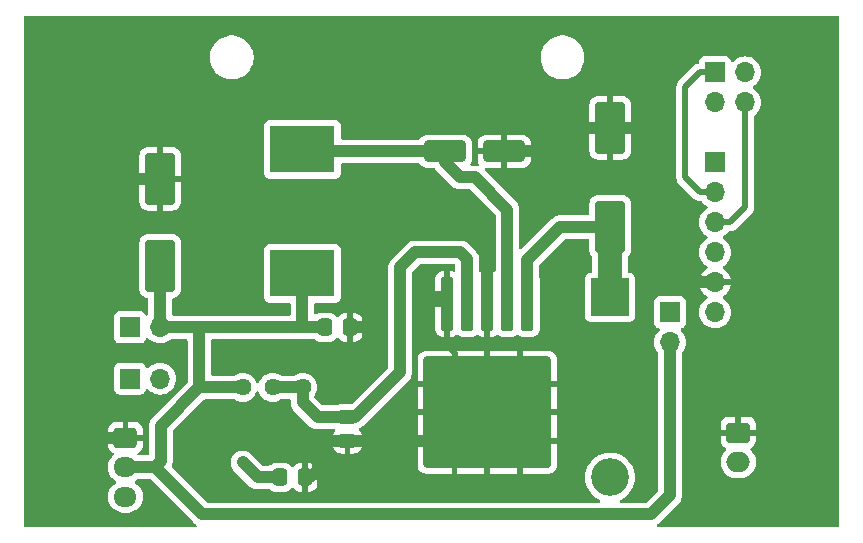
<source format=gtl>
G04 #@! TF.GenerationSoftware,KiCad,Pcbnew,8.0.7*
G04 #@! TF.CreationDate,2025-02-12T21:04:42+01:00*
G04 #@! TF.ProjectId,ptz_powerboard,70747a5f-706f-4776-9572-626f6172642e,rev?*
G04 #@! TF.SameCoordinates,Original*
G04 #@! TF.FileFunction,Copper,L1,Top*
G04 #@! TF.FilePolarity,Positive*
%FSLAX46Y46*%
G04 Gerber Fmt 4.6, Leading zero omitted, Abs format (unit mm)*
G04 Created by KiCad (PCBNEW 8.0.7) date 2025-02-12 21:04:42*
%MOMM*%
%LPD*%
G01*
G04 APERTURE LIST*
G04 Aperture macros list*
%AMRoundRect*
0 Rectangle with rounded corners*
0 $1 Rounding radius*
0 $2 $3 $4 $5 $6 $7 $8 $9 X,Y pos of 4 corners*
0 Add a 4 corners polygon primitive as box body*
4,1,4,$2,$3,$4,$5,$6,$7,$8,$9,$2,$3,0*
0 Add four circle primitives for the rounded corners*
1,1,$1+$1,$2,$3*
1,1,$1+$1,$4,$5*
1,1,$1+$1,$6,$7*
1,1,$1+$1,$8,$9*
0 Add four rect primitives between the rounded corners*
20,1,$1+$1,$2,$3,$4,$5,0*
20,1,$1+$1,$4,$5,$6,$7,0*
20,1,$1+$1,$6,$7,$8,$9,0*
20,1,$1+$1,$8,$9,$2,$3,0*%
G04 Aperture macros list end*
G04 #@! TA.AperFunction,SMDPad,CuDef*
%ADD10RoundRect,0.250000X0.337500X0.475000X-0.337500X0.475000X-0.337500X-0.475000X0.337500X-0.475000X0*%
G04 #@! TD*
G04 #@! TA.AperFunction,ComponentPad*
%ADD11R,1.700000X1.700000*%
G04 #@! TD*
G04 #@! TA.AperFunction,ComponentPad*
%ADD12O,1.700000X1.700000*%
G04 #@! TD*
G04 #@! TA.AperFunction,ComponentPad*
%ADD13RoundRect,0.250000X-0.725000X0.600000X-0.725000X-0.600000X0.725000X-0.600000X0.725000X0.600000X0*%
G04 #@! TD*
G04 #@! TA.AperFunction,ComponentPad*
%ADD14O,1.950000X1.700000*%
G04 #@! TD*
G04 #@! TA.AperFunction,SMDPad,CuDef*
%ADD15RoundRect,0.250000X-0.300000X2.050000X-0.300000X-2.050000X0.300000X-2.050000X0.300000X2.050000X0*%
G04 #@! TD*
G04 #@! TA.AperFunction,SMDPad,CuDef*
%ADD16RoundRect,0.250000X-2.375000X2.025000X-2.375000X-2.025000X2.375000X-2.025000X2.375000X2.025000X0*%
G04 #@! TD*
G04 #@! TA.AperFunction,SMDPad,CuDef*
%ADD17RoundRect,0.250002X-5.149998X4.449998X-5.149998X-4.449998X5.149998X-4.449998X5.149998X4.449998X0*%
G04 #@! TD*
G04 #@! TA.AperFunction,SMDPad,CuDef*
%ADD18RoundRect,0.250000X1.000000X-1.950000X1.000000X1.950000X-1.000000X1.950000X-1.000000X-1.950000X0*%
G04 #@! TD*
G04 #@! TA.AperFunction,SMDPad,CuDef*
%ADD19RoundRect,0.250000X-0.450000X0.350000X-0.450000X-0.350000X0.450000X-0.350000X0.450000X0.350000X0*%
G04 #@! TD*
G04 #@! TA.AperFunction,SMDPad,CuDef*
%ADD20R,5.500000X4.000000*%
G04 #@! TD*
G04 #@! TA.AperFunction,SMDPad,CuDef*
%ADD21RoundRect,0.250000X-1.500000X-0.650000X1.500000X-0.650000X1.500000X0.650000X-1.500000X0.650000X0*%
G04 #@! TD*
G04 #@! TA.AperFunction,ComponentPad*
%ADD22C,1.440000*%
G04 #@! TD*
G04 #@! TA.AperFunction,ComponentPad*
%ADD23R,3.200000X3.200000*%
G04 #@! TD*
G04 #@! TA.AperFunction,ComponentPad*
%ADD24O,3.200000X3.200000*%
G04 #@! TD*
G04 #@! TA.AperFunction,ComponentPad*
%ADD25RoundRect,0.250000X-0.750000X0.600000X-0.750000X-0.600000X0.750000X-0.600000X0.750000X0.600000X0*%
G04 #@! TD*
G04 #@! TA.AperFunction,ComponentPad*
%ADD26O,2.000000X1.700000*%
G04 #@! TD*
G04 #@! TA.AperFunction,ViaPad*
%ADD27C,0.600000*%
G04 #@! TD*
G04 #@! TA.AperFunction,Conductor*
%ADD28C,1.000000*%
G04 #@! TD*
G04 #@! TA.AperFunction,Conductor*
%ADD29C,0.500000*%
G04 #@! TD*
G04 #@! TA.AperFunction,Conductor*
%ADD30C,2.000000*%
G04 #@! TD*
G04 APERTURE END LIST*
D10*
X87165000Y-86360000D03*
X85090000Y-86360000D03*
D11*
X121920000Y-52070000D03*
D12*
X124460000Y-52070000D03*
X121920000Y-54610000D03*
X124460000Y-54610000D03*
D13*
X72000000Y-83000000D03*
D14*
X72000000Y-85500000D03*
X72000000Y-88000000D03*
D15*
X106035000Y-71695000D03*
X104335000Y-71695000D03*
X102635000Y-71695000D03*
D16*
X105410000Y-78420000D03*
X99860000Y-78420000D03*
D17*
X102635000Y-80845000D03*
D16*
X105410000Y-83270000D03*
X99860000Y-83270000D03*
D15*
X100935000Y-71695000D03*
X99235000Y-71695000D03*
D18*
X113030000Y-65160000D03*
X113030000Y-56760000D03*
D19*
X90795000Y-81250000D03*
X90795000Y-83250000D03*
D11*
X72390000Y-78000000D03*
D12*
X74930000Y-78000000D03*
D20*
X86985000Y-58595000D03*
X86985000Y-69095000D03*
D21*
X99060000Y-58765000D03*
X104060000Y-58765000D03*
D22*
X86995000Y-78740000D03*
X84455000Y-78740000D03*
X81915000Y-78740000D03*
D10*
X90975000Y-73660000D03*
X88900000Y-73660000D03*
D11*
X118110000Y-72390000D03*
D12*
X118110000Y-74930000D03*
D18*
X74930000Y-68470000D03*
X74930000Y-61070000D03*
D23*
X113030000Y-71120000D03*
D24*
X113030000Y-86360000D03*
D11*
X72390000Y-73660000D03*
D12*
X74930000Y-73660000D03*
D11*
X121920000Y-59690000D03*
D12*
X121920000Y-62230000D03*
X121920000Y-64770000D03*
X121920000Y-67310000D03*
X121920000Y-69850000D03*
X121920000Y-72390000D03*
D25*
X123880000Y-82570000D03*
D26*
X123880000Y-85070000D03*
D27*
X99060000Y-83185000D03*
X100965000Y-83185000D03*
X102870000Y-83185000D03*
X104775000Y-83185000D03*
X106680000Y-83185000D03*
X106045000Y-81280000D03*
X104140000Y-81280000D03*
X102235000Y-81280000D03*
X100330000Y-81280000D03*
X98425000Y-81280000D03*
X99695000Y-79375000D03*
X101600000Y-79375000D03*
X103505000Y-79375000D03*
X105410000Y-79375000D03*
X107315000Y-79375000D03*
X106045000Y-77470000D03*
X104140000Y-77470000D03*
X102235000Y-77470000D03*
X100330000Y-77470000D03*
X98425000Y-77470000D03*
X81915000Y-85090000D03*
X92710000Y-73660000D03*
X74900000Y-57400000D03*
X78000000Y-85000000D03*
X97790000Y-71120000D03*
X106000000Y-61500000D03*
X102600000Y-67600000D03*
X98000000Y-62000000D03*
X66040000Y-76200000D03*
D28*
X83185000Y-86360000D02*
X81915000Y-85090000D01*
X85090000Y-86360000D02*
X83185000Y-86360000D01*
X79750000Y-83250000D02*
X88265000Y-83250000D01*
X87630000Y-86360000D02*
X88265000Y-85725000D01*
X88265000Y-85725000D02*
X88265000Y-83250000D01*
X87165000Y-86360000D02*
X87630000Y-86360000D01*
X88265000Y-83250000D02*
X90795000Y-83250000D01*
X90975000Y-73660000D02*
X92710000Y-73660000D01*
X86985000Y-73660000D02*
X88900000Y-73660000D01*
X88295000Y-81250000D02*
X90795000Y-81250000D01*
X88265000Y-81280000D02*
X88295000Y-81250000D01*
X86995000Y-80010000D02*
X88265000Y-81280000D01*
X86995000Y-78740000D02*
X86995000Y-80010000D01*
X95250000Y-77470000D02*
X91470000Y-81250000D01*
X95250000Y-68580000D02*
X95250000Y-77470000D01*
X96520000Y-67310000D02*
X95250000Y-68580000D01*
X91470000Y-81250000D02*
X90795000Y-81250000D01*
X100935000Y-67915000D02*
X100330000Y-67310000D01*
X100330000Y-67310000D02*
X96520000Y-67310000D01*
X100935000Y-71695000D02*
X100935000Y-67915000D01*
X81915000Y-78740000D02*
X78260000Y-78740000D01*
X86995000Y-78740000D02*
X84455000Y-78740000D01*
X78260000Y-73815000D02*
X78105000Y-73660000D01*
X78260000Y-78740000D02*
X78260000Y-73815000D01*
X78105000Y-73660000D02*
X86360000Y-73660000D01*
X74930000Y-73660000D02*
X78105000Y-73660000D01*
X86360000Y-73660000D02*
X86985000Y-73660000D01*
X86985000Y-69095000D02*
X86985000Y-73660000D01*
X99840000Y-83250000D02*
X99860000Y-83270000D01*
D29*
X74930000Y-57430000D02*
X74900000Y-57400000D01*
X99860000Y-75860000D02*
X99860000Y-78420000D01*
D28*
X94500000Y-83250000D02*
X99840000Y-83250000D01*
X102635000Y-67635000D02*
X102600000Y-67600000D01*
X69740000Y-61070000D02*
X74930000Y-61070000D01*
D29*
X99235000Y-75235000D02*
X99860000Y-75860000D01*
D28*
X98660000Y-71120000D02*
X97790000Y-71120000D01*
D29*
X74930000Y-61070000D02*
X74930000Y-57430000D01*
D28*
X120650000Y-69850000D02*
X117475000Y-66675000D01*
X121920000Y-69850000D02*
X120650000Y-69850000D01*
X115815000Y-56760000D02*
X113030000Y-56760000D01*
X102635000Y-71695000D02*
X102635000Y-67635000D01*
X68395000Y-83000000D02*
X72000000Y-83000000D01*
X66040000Y-80645000D02*
X68395000Y-83000000D01*
X107605000Y-58765000D02*
X109610000Y-56760000D01*
X117475000Y-58420000D02*
X115815000Y-56760000D01*
X102600000Y-66600000D02*
X98000000Y-62000000D01*
D29*
X99235000Y-71695000D02*
X99235000Y-75235000D01*
D28*
X107605000Y-59895000D02*
X107605000Y-58765000D01*
X99235000Y-71695000D02*
X98660000Y-71120000D01*
X106000000Y-61500000D02*
X107605000Y-59895000D01*
X109610000Y-56760000D02*
X113030000Y-56760000D01*
X102600000Y-67600000D02*
X102600000Y-66600000D01*
X90795000Y-83250000D02*
X94500000Y-83250000D01*
X66040000Y-80645000D02*
X66040000Y-76200000D01*
X78000000Y-85000000D02*
X79750000Y-83250000D01*
X104060000Y-58765000D02*
X107605000Y-58765000D01*
X66040000Y-64770000D02*
X69740000Y-61070000D01*
X66040000Y-76200000D02*
X66040000Y-64770000D01*
X117475000Y-66675000D02*
X117475000Y-58420000D01*
X75000000Y-82000000D02*
X78260000Y-78740000D01*
X74930000Y-73660000D02*
X74930000Y-68470000D01*
X116500000Y-89500000D02*
X118110000Y-87890000D01*
X78500000Y-89500000D02*
X116500000Y-89500000D01*
X118110000Y-87890000D02*
X118110000Y-74930000D01*
X72000000Y-85500000D02*
X74500000Y-85500000D01*
X75000000Y-85000000D02*
X74500000Y-85500000D01*
X74500000Y-85500000D02*
X78500000Y-89500000D01*
X75000000Y-82000000D02*
X75000000Y-85000000D01*
X106035000Y-67955000D02*
X108830000Y-65160000D01*
X108830000Y-65160000D02*
X113030000Y-65160000D01*
X106035000Y-71695000D02*
X106035000Y-67955000D01*
D30*
X113030000Y-71120000D02*
X113030000Y-65160000D01*
D28*
X104335000Y-71695000D02*
X104335000Y-63695000D01*
X87155000Y-58765000D02*
X86985000Y-58595000D01*
X99060000Y-59690000D02*
X99060000Y-58765000D01*
X104335000Y-63695000D02*
X101600000Y-60960000D01*
X101600000Y-60960000D02*
X100330000Y-60960000D01*
X99060000Y-58765000D02*
X87155000Y-58765000D01*
X100330000Y-60960000D02*
X99060000Y-59690000D01*
D29*
X124460000Y-54610000D02*
X124460000Y-63500000D01*
X123190000Y-64770000D02*
X121920000Y-64770000D01*
X124460000Y-63500000D02*
X123190000Y-64770000D01*
X120650000Y-62230000D02*
X119380000Y-60960000D01*
X120650000Y-52070000D02*
X121920000Y-52070000D01*
X121920000Y-62230000D02*
X120650000Y-62230000D01*
X119380000Y-53340000D02*
X120650000Y-52070000D01*
X119380000Y-60960000D02*
X119380000Y-53340000D01*
G04 #@! TA.AperFunction,Conductor*
G36*
X132387539Y-47320185D02*
G01*
X132433294Y-47372989D01*
X132444500Y-47424500D01*
X132444500Y-90450500D01*
X132424815Y-90517539D01*
X132372011Y-90563294D01*
X132320500Y-90574500D01*
X117101523Y-90574500D01*
X117034484Y-90554815D01*
X116988729Y-90502011D01*
X116978785Y-90432853D01*
X117007810Y-90369297D01*
X117032632Y-90347398D01*
X117038465Y-90343500D01*
X117137782Y-90277139D01*
X117277139Y-90137782D01*
X117277140Y-90137779D01*
X117284206Y-90130714D01*
X117284209Y-90130710D01*
X118747778Y-88667141D01*
X118747782Y-88667139D01*
X118887139Y-88527782D01*
X118996632Y-88363914D01*
X119072051Y-88181835D01*
X119110500Y-87988541D01*
X119110500Y-84963713D01*
X122379500Y-84963713D01*
X122379500Y-85176287D01*
X122383357Y-85200641D01*
X122412054Y-85381828D01*
X122412754Y-85386243D01*
X122471120Y-85565875D01*
X122478444Y-85588414D01*
X122574951Y-85777820D01*
X122699890Y-85949786D01*
X122850213Y-86100109D01*
X123022179Y-86225048D01*
X123022181Y-86225049D01*
X123022184Y-86225051D01*
X123211588Y-86321557D01*
X123413757Y-86387246D01*
X123623713Y-86420500D01*
X123623714Y-86420500D01*
X124136286Y-86420500D01*
X124136287Y-86420500D01*
X124346243Y-86387246D01*
X124548412Y-86321557D01*
X124737816Y-86225051D01*
X124761538Y-86207816D01*
X124909786Y-86100109D01*
X124909788Y-86100106D01*
X124909792Y-86100104D01*
X125060104Y-85949792D01*
X125060106Y-85949788D01*
X125060109Y-85949786D01*
X125185048Y-85777820D01*
X125185047Y-85777820D01*
X125185051Y-85777816D01*
X125281557Y-85588412D01*
X125347246Y-85386243D01*
X125380500Y-85176287D01*
X125380500Y-84963713D01*
X125347246Y-84753757D01*
X125281557Y-84551588D01*
X125185051Y-84362184D01*
X125185049Y-84362181D01*
X125185048Y-84362179D01*
X125060109Y-84190213D01*
X124920931Y-84051035D01*
X124887446Y-83989712D01*
X124892430Y-83920020D01*
X124934302Y-83864087D01*
X124943516Y-83857815D01*
X125098343Y-83762317D01*
X125222315Y-83638345D01*
X125314356Y-83489124D01*
X125314358Y-83489119D01*
X125369505Y-83322697D01*
X125369506Y-83322690D01*
X125379999Y-83219986D01*
X125380000Y-83219973D01*
X125380000Y-82820000D01*
X124313012Y-82820000D01*
X124345925Y-82762993D01*
X124380000Y-82635826D01*
X124380000Y-82504174D01*
X124345925Y-82377007D01*
X124313012Y-82320000D01*
X125379999Y-82320000D01*
X125379999Y-81920028D01*
X125379998Y-81920013D01*
X125369505Y-81817302D01*
X125314358Y-81650880D01*
X125314356Y-81650875D01*
X125222315Y-81501654D01*
X125098345Y-81377684D01*
X124949124Y-81285643D01*
X124949119Y-81285641D01*
X124782697Y-81230494D01*
X124782690Y-81230493D01*
X124679986Y-81220000D01*
X124130000Y-81220000D01*
X124130000Y-82136988D01*
X124072993Y-82104075D01*
X123945826Y-82070000D01*
X123814174Y-82070000D01*
X123687007Y-82104075D01*
X123630000Y-82136988D01*
X123630000Y-81220000D01*
X123080028Y-81220000D01*
X123080012Y-81220001D01*
X122977302Y-81230494D01*
X122810880Y-81285641D01*
X122810875Y-81285643D01*
X122661654Y-81377684D01*
X122537684Y-81501654D01*
X122445643Y-81650875D01*
X122445641Y-81650880D01*
X122390494Y-81817302D01*
X122390493Y-81817309D01*
X122380000Y-81920013D01*
X122380000Y-82320000D01*
X123446988Y-82320000D01*
X123414075Y-82377007D01*
X123380000Y-82504174D01*
X123380000Y-82635826D01*
X123414075Y-82762993D01*
X123446988Y-82820000D01*
X122380001Y-82820000D01*
X122380001Y-83219986D01*
X122390494Y-83322697D01*
X122445641Y-83489119D01*
X122445643Y-83489124D01*
X122537684Y-83638345D01*
X122661654Y-83762315D01*
X122816484Y-83857815D01*
X122863208Y-83909763D01*
X122874431Y-83978726D01*
X122846587Y-84042808D01*
X122839069Y-84051035D01*
X122699889Y-84190215D01*
X122574951Y-84362179D01*
X122478444Y-84551585D01*
X122412753Y-84753760D01*
X122405719Y-84798171D01*
X122379500Y-84963713D01*
X119110500Y-84963713D01*
X119110500Y-75890758D01*
X119130185Y-75823719D01*
X119146819Y-75803077D01*
X119147212Y-75802684D01*
X119148495Y-75801401D01*
X119284035Y-75607830D01*
X119383903Y-75393663D01*
X119445063Y-75165408D01*
X119465659Y-74930000D01*
X119445063Y-74694592D01*
X119383903Y-74466337D01*
X119284035Y-74252171D01*
X119257067Y-74213657D01*
X119148496Y-74058600D01*
X119148495Y-74058599D01*
X119026567Y-73936671D01*
X118993084Y-73875351D01*
X118998068Y-73805659D01*
X119039939Y-73749725D01*
X119070915Y-73732810D01*
X119202331Y-73683796D01*
X119317546Y-73597546D01*
X119403796Y-73482331D01*
X119454091Y-73347483D01*
X119460500Y-73287873D01*
X119460499Y-71492128D01*
X119454091Y-71432517D01*
X119418590Y-71337335D01*
X119403797Y-71297671D01*
X119403793Y-71297664D01*
X119317547Y-71182455D01*
X119317544Y-71182452D01*
X119202335Y-71096206D01*
X119202328Y-71096202D01*
X119067482Y-71045908D01*
X119067483Y-71045908D01*
X119007883Y-71039501D01*
X119007881Y-71039500D01*
X119007873Y-71039500D01*
X119007864Y-71039500D01*
X117212129Y-71039500D01*
X117212123Y-71039501D01*
X117152516Y-71045908D01*
X117017671Y-71096202D01*
X117017664Y-71096206D01*
X116902455Y-71182452D01*
X116902452Y-71182455D01*
X116816206Y-71297664D01*
X116816202Y-71297671D01*
X116765908Y-71432517D01*
X116763755Y-71452547D01*
X116759501Y-71492123D01*
X116759500Y-71492135D01*
X116759500Y-73287870D01*
X116759501Y-73287876D01*
X116765908Y-73347483D01*
X116816202Y-73482328D01*
X116816206Y-73482335D01*
X116902452Y-73597544D01*
X116902455Y-73597547D01*
X117017664Y-73683793D01*
X117017671Y-73683797D01*
X117149081Y-73732810D01*
X117205015Y-73774681D01*
X117229432Y-73840145D01*
X117214580Y-73908418D01*
X117193430Y-73936673D01*
X117071503Y-74058600D01*
X116935965Y-74252169D01*
X116935964Y-74252171D01*
X116836098Y-74466335D01*
X116836094Y-74466344D01*
X116774938Y-74694586D01*
X116774936Y-74694596D01*
X116754341Y-74929999D01*
X116754341Y-74930000D01*
X116774936Y-75165403D01*
X116774938Y-75165413D01*
X116836094Y-75393655D01*
X116836096Y-75393659D01*
X116836097Y-75393663D01*
X116935965Y-75607830D01*
X116935967Y-75607834D01*
X117071501Y-75801395D01*
X117071506Y-75801402D01*
X117073181Y-75803077D01*
X117073682Y-75803995D01*
X117074982Y-75805544D01*
X117074670Y-75805805D01*
X117106666Y-75864400D01*
X117109500Y-75890758D01*
X117109500Y-87424218D01*
X117089815Y-87491257D01*
X117073181Y-87511899D01*
X116121899Y-88463181D01*
X116060576Y-88496666D01*
X116034218Y-88499500D01*
X113973424Y-88499500D01*
X113906385Y-88479815D01*
X113860630Y-88427011D01*
X113850686Y-88357853D01*
X113879711Y-88294297D01*
X113924022Y-88261766D01*
X113998620Y-88229363D01*
X113998619Y-88229363D01*
X113998625Y-88229361D01*
X114244147Y-88080055D01*
X114467053Y-87898708D01*
X114663189Y-87688698D01*
X114828901Y-87453936D01*
X114961104Y-87198797D01*
X115057334Y-86928032D01*
X115115798Y-86646686D01*
X115135408Y-86360000D01*
X115115798Y-86073314D01*
X115057334Y-85791968D01*
X115036093Y-85732203D01*
X114976286Y-85563920D01*
X114961105Y-85521206D01*
X114961106Y-85521206D01*
X114828901Y-85266064D01*
X114663187Y-85031299D01*
X114584554Y-84947105D01*
X114467053Y-84821292D01*
X114244147Y-84639945D01*
X114244146Y-84639944D01*
X113998617Y-84490634D01*
X113735063Y-84376158D01*
X113735061Y-84376157D01*
X113735058Y-84376156D01*
X113604248Y-84339505D01*
X113458364Y-84298630D01*
X113458359Y-84298629D01*
X113458358Y-84298629D01*
X113316018Y-84279064D01*
X113173679Y-84259500D01*
X113173678Y-84259500D01*
X112886322Y-84259500D01*
X112886321Y-84259500D01*
X112601642Y-84298629D01*
X112601635Y-84298630D01*
X112436322Y-84344949D01*
X112324942Y-84376156D01*
X112324939Y-84376156D01*
X112324936Y-84376158D01*
X112324935Y-84376158D01*
X112061382Y-84490634D01*
X111815853Y-84639944D01*
X111592950Y-84821289D01*
X111396812Y-85031299D01*
X111231098Y-85266064D01*
X111098894Y-85521206D01*
X111002667Y-85791962D01*
X111002666Y-85791965D01*
X110944201Y-86073319D01*
X110924592Y-86360000D01*
X110944201Y-86646680D01*
X110944201Y-86646684D01*
X110944202Y-86646686D01*
X110944825Y-86649682D01*
X111002666Y-86928034D01*
X111002667Y-86928037D01*
X111098894Y-87198793D01*
X111098893Y-87198793D01*
X111231098Y-87453935D01*
X111396812Y-87688700D01*
X111481923Y-87779831D01*
X111592947Y-87898708D01*
X111815853Y-88080055D01*
X112061375Y-88229361D01*
X112061377Y-88229362D01*
X112061379Y-88229363D01*
X112135978Y-88261766D01*
X112189625Y-88306529D01*
X112210554Y-88373190D01*
X112192122Y-88440585D01*
X112140179Y-88487315D01*
X112086576Y-88499500D01*
X78965783Y-88499500D01*
X78898744Y-88479815D01*
X78878102Y-88463181D01*
X75945863Y-85530942D01*
X75912378Y-85469619D01*
X75917362Y-85399927D01*
X75918966Y-85395849D01*
X75939961Y-85345165D01*
X75962051Y-85291836D01*
X76000500Y-85098540D01*
X76000500Y-84991455D01*
X80914500Y-84991455D01*
X80914500Y-85188544D01*
X80952947Y-85381828D01*
X80952949Y-85381836D01*
X81028367Y-85563910D01*
X81028372Y-85563920D01*
X81137860Y-85727780D01*
X81137863Y-85727784D01*
X82404735Y-86994655D01*
X82404764Y-86994686D01*
X82547214Y-87137136D01*
X82547218Y-87137139D01*
X82711079Y-87246628D01*
X82711086Y-87246632D01*
X82821059Y-87292184D01*
X82893164Y-87322051D01*
X82989812Y-87341275D01*
X83038135Y-87350887D01*
X83086458Y-87360500D01*
X83086459Y-87360500D01*
X83086460Y-87360500D01*
X83283540Y-87360500D01*
X84165270Y-87360500D01*
X84232309Y-87380185D01*
X84252951Y-87396819D01*
X84283844Y-87427712D01*
X84433166Y-87519814D01*
X84599703Y-87574999D01*
X84702491Y-87585500D01*
X85477508Y-87585499D01*
X85477516Y-87585498D01*
X85477519Y-87585498D01*
X85533802Y-87579748D01*
X85580297Y-87574999D01*
X85746834Y-87519814D01*
X85896156Y-87427712D01*
X86020212Y-87303656D01*
X86022252Y-87300347D01*
X86024245Y-87298555D01*
X86024693Y-87297989D01*
X86024789Y-87298065D01*
X86074194Y-87253623D01*
X86143156Y-87242395D01*
X86207240Y-87270234D01*
X86233329Y-87300339D01*
X86235181Y-87303341D01*
X86235183Y-87303344D01*
X86359154Y-87427315D01*
X86508375Y-87519356D01*
X86508380Y-87519358D01*
X86674802Y-87574505D01*
X86674809Y-87574506D01*
X86777519Y-87584999D01*
X86914999Y-87584999D01*
X87415000Y-87584999D01*
X87552472Y-87584999D01*
X87552486Y-87584998D01*
X87655197Y-87574505D01*
X87821619Y-87519358D01*
X87821624Y-87519356D01*
X87970845Y-87427315D01*
X88094815Y-87303345D01*
X88186856Y-87154124D01*
X88186858Y-87154119D01*
X88242005Y-86987697D01*
X88242006Y-86987690D01*
X88252499Y-86884986D01*
X88252500Y-86884973D01*
X88252500Y-86610000D01*
X87415000Y-86610000D01*
X87415000Y-87584999D01*
X86914999Y-87584999D01*
X86915000Y-87584998D01*
X86915000Y-86110000D01*
X87415000Y-86110000D01*
X88252499Y-86110000D01*
X88252499Y-85835028D01*
X88252498Y-85835013D01*
X88242005Y-85732302D01*
X88186858Y-85565880D01*
X88186856Y-85565875D01*
X88094815Y-85416654D01*
X88023147Y-85344986D01*
X96735001Y-85344986D01*
X96745494Y-85447697D01*
X96800641Y-85614119D01*
X96800643Y-85614124D01*
X96892684Y-85763345D01*
X97016654Y-85887315D01*
X97165875Y-85979356D01*
X97165880Y-85979358D01*
X97332302Y-86034505D01*
X97332310Y-86034506D01*
X97416954Y-86043154D01*
X97424263Y-86044999D01*
X97428695Y-86044999D01*
X97441310Y-86045642D01*
X97448462Y-86046373D01*
X97456420Y-86044999D01*
X99609999Y-86044999D01*
X100110000Y-86044999D01*
X102385000Y-86044999D01*
X102885000Y-86044999D01*
X105159999Y-86044999D01*
X105660000Y-86044999D01*
X107834972Y-86044999D01*
X107834986Y-86044998D01*
X107937697Y-86034505D01*
X108104119Y-85979358D01*
X108104124Y-85979356D01*
X108253345Y-85887315D01*
X108377315Y-85763345D01*
X108469356Y-85614124D01*
X108469358Y-85614119D01*
X108524505Y-85447697D01*
X108524506Y-85447690D01*
X108534999Y-85344986D01*
X108535000Y-85344973D01*
X108535000Y-83520000D01*
X105660000Y-83520000D01*
X105660000Y-86044999D01*
X105159999Y-86044999D01*
X105160000Y-86044998D01*
X105160000Y-83520000D01*
X102885000Y-83520000D01*
X102885000Y-86044999D01*
X102385000Y-86044999D01*
X102385000Y-83520000D01*
X100110000Y-83520000D01*
X100110000Y-86044999D01*
X99609999Y-86044999D01*
X99610000Y-86044998D01*
X99610000Y-83520000D01*
X96735001Y-83520000D01*
X96735001Y-85344986D01*
X88023147Y-85344986D01*
X87970845Y-85292684D01*
X87821624Y-85200643D01*
X87821619Y-85200641D01*
X87655197Y-85145494D01*
X87655190Y-85145493D01*
X87552486Y-85135000D01*
X87415000Y-85135000D01*
X87415000Y-86110000D01*
X86915000Y-86110000D01*
X86915000Y-85135000D01*
X86777527Y-85135000D01*
X86777512Y-85135001D01*
X86674802Y-85145494D01*
X86508380Y-85200641D01*
X86508375Y-85200643D01*
X86359154Y-85292684D01*
X86235183Y-85416655D01*
X86235179Y-85416660D01*
X86233326Y-85419665D01*
X86231518Y-85421290D01*
X86230702Y-85422323D01*
X86230525Y-85422183D01*
X86181374Y-85466385D01*
X86112411Y-85477601D01*
X86048331Y-85449752D01*
X86022253Y-85419653D01*
X86022237Y-85419628D01*
X86020212Y-85416344D01*
X85896156Y-85292288D01*
X85746834Y-85200186D01*
X85580297Y-85145001D01*
X85580295Y-85145000D01*
X85477510Y-85134500D01*
X84702498Y-85134500D01*
X84702480Y-85134501D01*
X84599703Y-85145000D01*
X84599700Y-85145001D01*
X84433168Y-85200185D01*
X84433163Y-85200187D01*
X84283842Y-85292289D01*
X84252951Y-85323181D01*
X84191628Y-85356666D01*
X84165270Y-85359500D01*
X83650782Y-85359500D01*
X83583743Y-85339815D01*
X83563101Y-85323181D01*
X82552784Y-84312863D01*
X82552780Y-84312860D01*
X82388920Y-84203372D01*
X82388910Y-84203367D01*
X82206836Y-84127949D01*
X82206828Y-84127947D01*
X82013543Y-84089500D01*
X82013540Y-84089500D01*
X81816460Y-84089500D01*
X81816457Y-84089500D01*
X81623171Y-84127947D01*
X81623163Y-84127949D01*
X81441089Y-84203367D01*
X81441079Y-84203372D01*
X81277219Y-84312860D01*
X81277215Y-84312863D01*
X81137863Y-84452215D01*
X81137860Y-84452219D01*
X81028372Y-84616079D01*
X81028367Y-84616089D01*
X80952949Y-84798163D01*
X80952947Y-84798171D01*
X80914500Y-84991455D01*
X76000500Y-84991455D01*
X76000500Y-84901460D01*
X76000500Y-83649986D01*
X89595001Y-83649986D01*
X89605494Y-83752697D01*
X89660641Y-83919119D01*
X89660643Y-83919124D01*
X89752684Y-84068345D01*
X89876654Y-84192315D01*
X90025875Y-84284356D01*
X90025880Y-84284358D01*
X90192302Y-84339505D01*
X90192309Y-84339506D01*
X90295019Y-84349999D01*
X90544999Y-84349999D01*
X91045000Y-84349999D01*
X91294972Y-84349999D01*
X91294986Y-84349998D01*
X91397697Y-84339505D01*
X91564119Y-84284358D01*
X91564124Y-84284356D01*
X91713345Y-84192315D01*
X91837315Y-84068345D01*
X91929356Y-83919124D01*
X91929358Y-83919119D01*
X91984505Y-83752697D01*
X91984506Y-83752690D01*
X91994999Y-83649986D01*
X91995000Y-83649973D01*
X91995000Y-83500000D01*
X91045000Y-83500000D01*
X91045000Y-84349999D01*
X90544999Y-84349999D01*
X90545000Y-84349998D01*
X90545000Y-83500000D01*
X89595001Y-83500000D01*
X89595001Y-83649986D01*
X76000500Y-83649986D01*
X76000500Y-83020000D01*
X96735000Y-83020000D01*
X99610000Y-83020000D01*
X100110000Y-83020000D01*
X102385000Y-83020000D01*
X102885000Y-83020000D01*
X105160000Y-83020000D01*
X105660000Y-83020000D01*
X108534999Y-83020000D01*
X108534999Y-81095000D01*
X105660000Y-81095000D01*
X105660000Y-83020000D01*
X105160000Y-83020000D01*
X105160000Y-81095000D01*
X102885000Y-81095000D01*
X102885000Y-83020000D01*
X102385000Y-83020000D01*
X102385000Y-81095000D01*
X100110000Y-81095000D01*
X100110000Y-83020000D01*
X99610000Y-83020000D01*
X99610000Y-81095000D01*
X96735000Y-81095000D01*
X96735000Y-83020000D01*
X76000500Y-83020000D01*
X76000500Y-82465782D01*
X76020185Y-82398743D01*
X76036819Y-82378101D01*
X78638101Y-79776819D01*
X78699424Y-79743334D01*
X78725782Y-79740500D01*
X81176889Y-79740500D01*
X81243928Y-79760185D01*
X81248002Y-79762918D01*
X81302419Y-79801021D01*
X81495970Y-79891276D01*
X81702253Y-79946549D01*
X81854215Y-79959844D01*
X81914998Y-79965162D01*
X81915000Y-79965162D01*
X81915002Y-79965162D01*
X81968186Y-79960508D01*
X82127747Y-79946549D01*
X82334030Y-79891276D01*
X82527581Y-79801021D01*
X82702519Y-79678529D01*
X82853529Y-79527519D01*
X82976021Y-79352581D01*
X83066276Y-79159030D01*
X83066280Y-79159013D01*
X83068130Y-79153936D01*
X83070253Y-79154709D01*
X83101576Y-79103305D01*
X83164419Y-79072766D01*
X83233796Y-79081050D01*
X83287680Y-79125528D01*
X83300827Y-79154315D01*
X83301870Y-79153936D01*
X83303722Y-79159022D01*
X83303724Y-79159030D01*
X83310720Y-79174032D01*
X83393977Y-79352578D01*
X83516472Y-79527521D01*
X83667478Y-79678527D01*
X83667481Y-79678529D01*
X83842419Y-79801021D01*
X83842421Y-79801022D01*
X83842420Y-79801022D01*
X83868084Y-79812989D01*
X84035970Y-79891276D01*
X84242253Y-79946549D01*
X84394215Y-79959844D01*
X84454998Y-79965162D01*
X84455000Y-79965162D01*
X84455002Y-79965162D01*
X84508186Y-79960508D01*
X84667747Y-79946549D01*
X84874030Y-79891276D01*
X85067581Y-79801021D01*
X85121988Y-79762924D01*
X85188194Y-79740598D01*
X85193111Y-79740500D01*
X85870500Y-79740500D01*
X85937539Y-79760185D01*
X85983294Y-79812989D01*
X85994500Y-79864500D01*
X85994500Y-80108544D01*
X86032947Y-80301833D01*
X86032949Y-80301837D01*
X86055038Y-80355164D01*
X86108366Y-80483911D01*
X86108371Y-80483920D01*
X86217860Y-80647781D01*
X86217863Y-80647785D01*
X86361537Y-80791459D01*
X86361559Y-80791479D01*
X87627215Y-82057136D01*
X87627219Y-82057139D01*
X87791079Y-82166627D01*
X87791083Y-82166629D01*
X87791086Y-82166631D01*
X87973164Y-82242051D01*
X88166455Y-82280499D01*
X88166458Y-82280500D01*
X88166460Y-82280500D01*
X88363542Y-82280500D01*
X88494391Y-82254472D01*
X88502380Y-82252882D01*
X88526571Y-82250500D01*
X89642246Y-82250500D01*
X89709285Y-82270185D01*
X89755040Y-82322989D01*
X89764984Y-82392147D01*
X89747785Y-82439597D01*
X89660643Y-82580875D01*
X89660641Y-82580880D01*
X89605494Y-82747302D01*
X89605493Y-82747309D01*
X89595000Y-82850013D01*
X89595000Y-83000000D01*
X91994999Y-83000000D01*
X91994999Y-82850028D01*
X91994998Y-82850013D01*
X91984505Y-82747302D01*
X91929358Y-82580880D01*
X91929356Y-82580875D01*
X91837315Y-82431654D01*
X91791148Y-82385487D01*
X91757663Y-82324164D01*
X91762647Y-82254472D01*
X91804519Y-82198539D01*
X91831368Y-82183249D01*
X91943914Y-82136632D01*
X92107782Y-82027139D01*
X92247139Y-81887782D01*
X92247139Y-81887780D01*
X92257347Y-81877573D01*
X92257348Y-81877570D01*
X93539919Y-80595000D01*
X96735000Y-80595000D01*
X99610000Y-80595000D01*
X100110000Y-80595000D01*
X102385000Y-80595000D01*
X102885000Y-80595000D01*
X105160000Y-80595000D01*
X105660000Y-80595000D01*
X108534999Y-80595000D01*
X108534999Y-80501113D01*
X108535000Y-80501092D01*
X108535000Y-78670000D01*
X105660000Y-78670000D01*
X105660000Y-80595000D01*
X105160000Y-80595000D01*
X105160000Y-78670000D01*
X102885000Y-78670000D01*
X102885000Y-80595000D01*
X102385000Y-80595000D01*
X102385000Y-78670000D01*
X100110000Y-78670000D01*
X100110000Y-80595000D01*
X99610000Y-80595000D01*
X99610000Y-78670000D01*
X96735000Y-78670000D01*
X96735000Y-80595000D01*
X93539919Y-80595000D01*
X96027139Y-78107782D01*
X96072071Y-78040536D01*
X96136632Y-77943914D01*
X96195633Y-77801471D01*
X96212051Y-77761836D01*
X96250500Y-77568540D01*
X96250500Y-77371460D01*
X96250500Y-76345015D01*
X96735000Y-76345015D01*
X96735000Y-78170000D01*
X99610000Y-78170000D01*
X100110000Y-78170000D01*
X102385000Y-78170000D01*
X102885000Y-78170000D01*
X105160000Y-78170000D01*
X105660000Y-78170000D01*
X108534999Y-78170000D01*
X108534999Y-76345028D01*
X108534998Y-76345013D01*
X108524505Y-76242302D01*
X108469358Y-76075880D01*
X108469356Y-76075875D01*
X108377315Y-75926654D01*
X108253345Y-75802684D01*
X108104124Y-75710643D01*
X108104119Y-75710641D01*
X107937697Y-75655494D01*
X107937690Y-75655493D01*
X107834986Y-75645000D01*
X105660000Y-75645000D01*
X105660000Y-78170000D01*
X105160000Y-78170000D01*
X105160000Y-75645000D01*
X102885000Y-75645000D01*
X102885000Y-78170000D01*
X102385000Y-78170000D01*
X102385000Y-75645000D01*
X100110000Y-75645000D01*
X100110000Y-78170000D01*
X99610000Y-78170000D01*
X99610000Y-75645000D01*
X97435028Y-75645000D01*
X97435012Y-75645001D01*
X97332302Y-75655494D01*
X97165880Y-75710641D01*
X97165875Y-75710643D01*
X97016654Y-75802684D01*
X96892684Y-75926654D01*
X96800643Y-76075875D01*
X96800641Y-76075880D01*
X96745494Y-76242301D01*
X96745023Y-76245221D01*
X96744852Y-76248589D01*
X96735000Y-76345015D01*
X96250500Y-76345015D01*
X96250500Y-73794986D01*
X98185001Y-73794986D01*
X98195494Y-73897697D01*
X98250641Y-74064119D01*
X98250643Y-74064124D01*
X98342684Y-74213345D01*
X98466654Y-74337315D01*
X98615875Y-74429356D01*
X98615880Y-74429358D01*
X98782302Y-74484505D01*
X98782309Y-74484506D01*
X98885019Y-74494999D01*
X98985000Y-74494998D01*
X98985000Y-71945000D01*
X98185001Y-71945000D01*
X98185001Y-73794986D01*
X96250500Y-73794986D01*
X96250500Y-69595013D01*
X98185000Y-69595013D01*
X98185000Y-71445000D01*
X98985000Y-71445000D01*
X98985000Y-68894999D01*
X98885028Y-68895000D01*
X98885012Y-68895001D01*
X98782302Y-68905494D01*
X98615880Y-68960641D01*
X98615875Y-68960643D01*
X98466654Y-69052684D01*
X98342684Y-69176654D01*
X98250643Y-69325875D01*
X98250641Y-69325880D01*
X98195494Y-69492302D01*
X98195493Y-69492309D01*
X98185000Y-69595013D01*
X96250500Y-69595013D01*
X96250500Y-69045782D01*
X96270185Y-68978743D01*
X96286819Y-68958101D01*
X96898101Y-68346819D01*
X96959424Y-68313334D01*
X96985782Y-68310500D01*
X99810500Y-68310500D01*
X99877539Y-68330185D01*
X99923294Y-68382989D01*
X99934500Y-68434500D01*
X99934500Y-68815556D01*
X99914815Y-68882595D01*
X99862011Y-68928350D01*
X99792853Y-68938294D01*
X99771497Y-68933262D01*
X99687701Y-68905495D01*
X99687690Y-68905493D01*
X99584986Y-68895000D01*
X99485000Y-68895000D01*
X99485000Y-74494999D01*
X99584972Y-74494999D01*
X99584986Y-74494998D01*
X99687697Y-74484505D01*
X99854119Y-74429358D01*
X99854124Y-74429356D01*
X100003346Y-74337314D01*
X100007683Y-74333886D01*
X100072479Y-74307745D01*
X100141121Y-74320786D01*
X100161503Y-74333884D01*
X100166342Y-74337710D01*
X100166344Y-74337712D01*
X100315666Y-74429814D01*
X100482203Y-74484999D01*
X100584991Y-74495500D01*
X101285008Y-74495499D01*
X101285016Y-74495498D01*
X101285019Y-74495498D01*
X101341302Y-74489748D01*
X101387797Y-74484999D01*
X101554334Y-74429814D01*
X101703656Y-74337712D01*
X101703661Y-74337706D01*
X101708497Y-74333884D01*
X101773293Y-74307745D01*
X101841935Y-74320787D01*
X101862317Y-74333886D01*
X101866653Y-74337314D01*
X102015875Y-74429356D01*
X102015880Y-74429358D01*
X102182302Y-74484505D01*
X102182309Y-74484506D01*
X102285019Y-74494999D01*
X102385000Y-74494998D01*
X102385000Y-68894999D01*
X102285028Y-68895000D01*
X102285012Y-68895001D01*
X102182302Y-68905494D01*
X102098504Y-68933262D01*
X102028675Y-68935664D01*
X101968633Y-68899932D01*
X101937441Y-68837411D01*
X101935500Y-68815556D01*
X101935500Y-67816458D01*
X101935499Y-67816455D01*
X101932794Y-67802858D01*
X101905008Y-67663165D01*
X101897051Y-67623164D01*
X101833401Y-67469500D01*
X101821632Y-67441086D01*
X101813778Y-67429331D01*
X101712139Y-67277217D01*
X101569686Y-67134764D01*
X101569655Y-67134735D01*
X101111479Y-66676559D01*
X101111459Y-66676537D01*
X100967785Y-66532863D01*
X100967781Y-66532860D01*
X100803920Y-66423371D01*
X100803907Y-66423364D01*
X100668320Y-66367203D01*
X100668319Y-66367203D01*
X100621836Y-66347949D01*
X100621828Y-66347947D01*
X100525188Y-66328724D01*
X100428544Y-66309500D01*
X100428541Y-66309500D01*
X96421459Y-66309500D01*
X96421455Y-66309500D01*
X96324812Y-66328724D01*
X96228171Y-66347947D01*
X96228163Y-66347949D01*
X96181681Y-66367203D01*
X96181680Y-66367203D01*
X96046092Y-66423364D01*
X96046079Y-66423371D01*
X95882219Y-66532859D01*
X95820579Y-66594500D01*
X95742861Y-66672218D01*
X95742858Y-66672221D01*
X94612221Y-67802858D01*
X94612218Y-67802861D01*
X94542538Y-67872540D01*
X94472859Y-67942219D01*
X94363371Y-68106080D01*
X94363364Y-68106093D01*
X94321002Y-68208368D01*
X94321002Y-68208369D01*
X94294625Y-68272049D01*
X94294624Y-68272052D01*
X94287948Y-68288167D01*
X94287947Y-68288171D01*
X94249500Y-68481454D01*
X94249500Y-77004217D01*
X94229815Y-77071256D01*
X94213181Y-77091898D01*
X91191897Y-80113181D01*
X91130574Y-80146666D01*
X91104216Y-80149500D01*
X90294998Y-80149500D01*
X90294980Y-80149501D01*
X90192203Y-80160000D01*
X90192200Y-80160001D01*
X90025668Y-80215185D01*
X90025663Y-80215187D01*
X90009933Y-80224889D01*
X89999963Y-80231039D01*
X89934868Y-80249500D01*
X88700782Y-80249500D01*
X88633743Y-80229815D01*
X88613101Y-80213181D01*
X88031819Y-79631899D01*
X87998334Y-79570576D01*
X87995500Y-79544218D01*
X87995500Y-79478110D01*
X88015185Y-79411071D01*
X88017926Y-79406986D01*
X88056019Y-79352584D01*
X88056021Y-79352580D01*
X88056991Y-79350500D01*
X88146276Y-79159030D01*
X88201549Y-78952747D01*
X88220162Y-78740000D01*
X88201549Y-78527253D01*
X88146276Y-78320970D01*
X88056021Y-78127419D01*
X87933529Y-77952481D01*
X87933527Y-77952478D01*
X87782520Y-77801471D01*
X87607578Y-77678977D01*
X87607579Y-77678977D01*
X87471451Y-77615500D01*
X87414030Y-77588724D01*
X87414026Y-77588723D01*
X87414022Y-77588721D01*
X87207752Y-77533452D01*
X87207748Y-77533451D01*
X87207747Y-77533451D01*
X87207746Y-77533450D01*
X87207741Y-77533450D01*
X86995002Y-77514838D01*
X86994998Y-77514838D01*
X86782258Y-77533450D01*
X86782247Y-77533452D01*
X86575977Y-77588721D01*
X86575968Y-77588724D01*
X86382420Y-77678978D01*
X86382418Y-77678979D01*
X86328012Y-77717075D01*
X86261806Y-77739402D01*
X86256889Y-77739500D01*
X85193111Y-77739500D01*
X85126072Y-77719815D01*
X85121988Y-77717075D01*
X85067581Y-77678979D01*
X85067579Y-77678978D01*
X84874031Y-77588724D01*
X84874022Y-77588721D01*
X84667752Y-77533452D01*
X84667748Y-77533451D01*
X84667747Y-77533451D01*
X84667746Y-77533450D01*
X84667741Y-77533450D01*
X84455002Y-77514838D01*
X84454998Y-77514838D01*
X84242258Y-77533450D01*
X84242247Y-77533452D01*
X84035977Y-77588721D01*
X84035968Y-77588725D01*
X83842421Y-77678977D01*
X83667480Y-77801471D01*
X83516472Y-77952478D01*
X83393977Y-78127421D01*
X83303725Y-78320968D01*
X83301870Y-78326064D01*
X83299749Y-78325292D01*
X83268406Y-78376710D01*
X83205558Y-78407237D01*
X83136183Y-78398939D01*
X83082307Y-78354452D01*
X83069169Y-78325685D01*
X83068130Y-78326064D01*
X83066279Y-78320983D01*
X83066276Y-78320970D01*
X82976021Y-78127419D01*
X82853529Y-77952481D01*
X82853527Y-77952478D01*
X82702520Y-77801471D01*
X82527578Y-77678977D01*
X82527579Y-77678977D01*
X82391451Y-77615500D01*
X82334030Y-77588724D01*
X82334026Y-77588723D01*
X82334022Y-77588721D01*
X82127752Y-77533452D01*
X82127748Y-77533451D01*
X82127747Y-77533451D01*
X82127746Y-77533450D01*
X82127741Y-77533450D01*
X81915002Y-77514838D01*
X81914998Y-77514838D01*
X81702258Y-77533450D01*
X81702247Y-77533452D01*
X81495977Y-77588721D01*
X81495968Y-77588724D01*
X81302420Y-77678978D01*
X81302418Y-77678979D01*
X81248012Y-77717075D01*
X81181806Y-77739402D01*
X81176889Y-77739500D01*
X79384500Y-77739500D01*
X79317461Y-77719815D01*
X79271706Y-77667011D01*
X79260500Y-77615500D01*
X79260500Y-74784500D01*
X79280185Y-74717461D01*
X79332989Y-74671706D01*
X79384500Y-74660500D01*
X86261459Y-74660500D01*
X86886459Y-74660500D01*
X87083541Y-74660500D01*
X87975270Y-74660500D01*
X88042309Y-74680185D01*
X88062951Y-74696819D01*
X88093844Y-74727712D01*
X88243166Y-74819814D01*
X88409703Y-74874999D01*
X88512491Y-74885500D01*
X89287508Y-74885499D01*
X89287516Y-74885498D01*
X89287519Y-74885498D01*
X89343802Y-74879748D01*
X89390297Y-74874999D01*
X89556834Y-74819814D01*
X89706156Y-74727712D01*
X89830212Y-74603656D01*
X89832252Y-74600347D01*
X89834245Y-74598555D01*
X89834693Y-74597989D01*
X89834789Y-74598065D01*
X89884194Y-74553623D01*
X89953156Y-74542395D01*
X90017240Y-74570234D01*
X90043329Y-74600339D01*
X90045181Y-74603341D01*
X90045183Y-74603344D01*
X90169154Y-74727315D01*
X90318375Y-74819356D01*
X90318380Y-74819358D01*
X90484802Y-74874505D01*
X90484809Y-74874506D01*
X90587519Y-74884999D01*
X90724999Y-74884999D01*
X91225000Y-74884999D01*
X91362472Y-74884999D01*
X91362486Y-74884998D01*
X91465197Y-74874505D01*
X91631619Y-74819358D01*
X91631624Y-74819356D01*
X91780845Y-74727315D01*
X91904815Y-74603345D01*
X91996856Y-74454124D01*
X91996858Y-74454119D01*
X92052005Y-74287697D01*
X92052006Y-74287690D01*
X92062499Y-74184986D01*
X92062500Y-74184973D01*
X92062500Y-73910000D01*
X91225000Y-73910000D01*
X91225000Y-74884999D01*
X90724999Y-74884999D01*
X90725000Y-74884998D01*
X90725000Y-73410000D01*
X91225000Y-73410000D01*
X92062499Y-73410000D01*
X92062499Y-73135028D01*
X92062498Y-73135013D01*
X92052005Y-73032302D01*
X91996858Y-72865880D01*
X91996856Y-72865875D01*
X91904815Y-72716654D01*
X91780845Y-72592684D01*
X91631624Y-72500643D01*
X91631619Y-72500641D01*
X91465197Y-72445494D01*
X91465190Y-72445493D01*
X91362486Y-72435000D01*
X91225000Y-72435000D01*
X91225000Y-73410000D01*
X90725000Y-73410000D01*
X90725000Y-72435000D01*
X90587527Y-72435000D01*
X90587512Y-72435001D01*
X90484802Y-72445494D01*
X90318380Y-72500641D01*
X90318375Y-72500643D01*
X90169154Y-72592684D01*
X90045183Y-72716655D01*
X90045179Y-72716660D01*
X90043326Y-72719665D01*
X90041518Y-72721290D01*
X90040702Y-72722323D01*
X90040525Y-72722183D01*
X89991374Y-72766385D01*
X89922411Y-72777601D01*
X89858331Y-72749752D01*
X89832253Y-72719653D01*
X89832237Y-72719628D01*
X89830212Y-72716344D01*
X89706156Y-72592288D01*
X89557572Y-72500641D01*
X89556836Y-72500187D01*
X89556831Y-72500185D01*
X89555362Y-72499698D01*
X89390297Y-72445001D01*
X89390295Y-72445000D01*
X89287510Y-72434500D01*
X88512498Y-72434500D01*
X88512480Y-72434501D01*
X88409703Y-72445000D01*
X88409700Y-72445001D01*
X88243168Y-72500185D01*
X88243159Y-72500190D01*
X88174596Y-72542479D01*
X88107203Y-72560919D01*
X88040540Y-72539996D01*
X87995771Y-72486353D01*
X87985500Y-72436940D01*
X87985500Y-71719499D01*
X88005185Y-71652460D01*
X88057989Y-71606705D01*
X88109500Y-71595499D01*
X89782871Y-71595499D01*
X89782872Y-71595499D01*
X89842483Y-71589091D01*
X89977331Y-71538796D01*
X90092546Y-71452546D01*
X90178796Y-71337331D01*
X90229091Y-71202483D01*
X90235500Y-71142873D01*
X90235499Y-67047128D01*
X90229091Y-66987517D01*
X90211449Y-66940217D01*
X90178797Y-66852671D01*
X90178793Y-66852664D01*
X90092547Y-66737455D01*
X90092544Y-66737452D01*
X89977335Y-66651206D01*
X89977328Y-66651202D01*
X89842482Y-66600908D01*
X89842483Y-66600908D01*
X89782883Y-66594501D01*
X89782881Y-66594500D01*
X89782873Y-66594500D01*
X89782864Y-66594500D01*
X84187129Y-66594500D01*
X84187123Y-66594501D01*
X84127516Y-66600908D01*
X83992671Y-66651202D01*
X83992664Y-66651206D01*
X83877455Y-66737452D01*
X83877452Y-66737455D01*
X83791206Y-66852664D01*
X83791202Y-66852671D01*
X83740908Y-66987517D01*
X83736567Y-67027898D01*
X83734501Y-67047123D01*
X83734500Y-67047135D01*
X83734500Y-71142870D01*
X83734501Y-71142876D01*
X83740908Y-71202483D01*
X83791202Y-71337328D01*
X83791206Y-71337335D01*
X83877452Y-71452544D01*
X83877455Y-71452547D01*
X83992664Y-71538793D01*
X83992671Y-71538797D01*
X84127517Y-71589091D01*
X84127516Y-71589091D01*
X84134444Y-71589835D01*
X84187127Y-71595500D01*
X85860500Y-71595499D01*
X85927539Y-71615184D01*
X85973294Y-71667987D01*
X85984500Y-71719499D01*
X85984500Y-72535500D01*
X85964815Y-72602539D01*
X85912011Y-72648294D01*
X85860500Y-72659500D01*
X76054500Y-72659500D01*
X75987461Y-72639815D01*
X75941706Y-72587011D01*
X75930500Y-72535500D01*
X75930500Y-71287534D01*
X75950185Y-71220495D01*
X76002989Y-71174740D01*
X76041897Y-71164176D01*
X76082797Y-71159999D01*
X76249334Y-71104814D01*
X76398656Y-71012712D01*
X76522712Y-70888656D01*
X76614814Y-70739334D01*
X76669999Y-70572797D01*
X76680500Y-70470009D01*
X76680499Y-66469992D01*
X76669999Y-66367203D01*
X76614814Y-66200666D01*
X76522712Y-66051344D01*
X76398656Y-65927288D01*
X76249334Y-65835186D01*
X76082797Y-65780001D01*
X76082795Y-65780000D01*
X75980010Y-65769500D01*
X73879998Y-65769500D01*
X73879981Y-65769501D01*
X73777203Y-65780000D01*
X73777200Y-65780001D01*
X73610668Y-65835185D01*
X73610663Y-65835187D01*
X73461342Y-65927289D01*
X73337289Y-66051342D01*
X73245187Y-66200663D01*
X73245185Y-66200668D01*
X73190001Y-66367203D01*
X73179500Y-66469983D01*
X73179500Y-70470001D01*
X73179501Y-70470018D01*
X73190000Y-70572796D01*
X73190001Y-70572799D01*
X73239138Y-70721082D01*
X73245186Y-70739334D01*
X73337288Y-70888656D01*
X73461344Y-71012712D01*
X73610666Y-71104814D01*
X73777203Y-71159999D01*
X73818103Y-71164177D01*
X73882793Y-71190573D01*
X73922945Y-71247753D01*
X73929500Y-71287535D01*
X73929500Y-72539140D01*
X73909815Y-72606179D01*
X73857011Y-72651934D01*
X73787853Y-72661878D01*
X73724297Y-72632853D01*
X73689318Y-72582473D01*
X73683797Y-72567671D01*
X73683793Y-72567664D01*
X73597547Y-72452455D01*
X73597544Y-72452452D01*
X73482335Y-72366206D01*
X73482328Y-72366202D01*
X73347482Y-72315908D01*
X73347483Y-72315908D01*
X73287883Y-72309501D01*
X73287881Y-72309500D01*
X73287873Y-72309500D01*
X73287864Y-72309500D01*
X71492129Y-72309500D01*
X71492123Y-72309501D01*
X71432516Y-72315908D01*
X71297671Y-72366202D01*
X71297664Y-72366206D01*
X71182455Y-72452452D01*
X71182452Y-72452455D01*
X71096206Y-72567664D01*
X71096202Y-72567671D01*
X71045908Y-72702517D01*
X71039501Y-72762116D01*
X71039500Y-72762135D01*
X71039500Y-74557870D01*
X71039501Y-74557876D01*
X71045908Y-74617483D01*
X71096202Y-74752328D01*
X71096206Y-74752335D01*
X71182452Y-74867544D01*
X71182455Y-74867547D01*
X71297664Y-74953793D01*
X71297671Y-74953797D01*
X71432517Y-75004091D01*
X71432516Y-75004091D01*
X71439444Y-75004835D01*
X71492127Y-75010500D01*
X73287872Y-75010499D01*
X73347483Y-75004091D01*
X73482331Y-74953796D01*
X73597546Y-74867546D01*
X73683796Y-74752331D01*
X73732810Y-74620916D01*
X73774681Y-74564984D01*
X73840145Y-74540566D01*
X73908418Y-74555417D01*
X73936673Y-74576569D01*
X74058599Y-74698495D01*
X74155384Y-74766265D01*
X74252165Y-74834032D01*
X74252167Y-74834033D01*
X74252170Y-74834035D01*
X74466337Y-74933903D01*
X74694592Y-74995063D01*
X74871034Y-75010500D01*
X74929999Y-75015659D01*
X74930000Y-75015659D01*
X74930001Y-75015659D01*
X74988966Y-75010500D01*
X75165408Y-74995063D01*
X75393663Y-74933903D01*
X75607830Y-74834035D01*
X75801401Y-74698495D01*
X75803077Y-74696819D01*
X75803995Y-74696317D01*
X75805544Y-74695018D01*
X75805805Y-74695329D01*
X75864400Y-74663334D01*
X75890758Y-74660500D01*
X77135500Y-74660500D01*
X77202539Y-74680185D01*
X77248294Y-74732989D01*
X77259500Y-74784500D01*
X77259500Y-78274217D01*
X77239815Y-78341256D01*
X77223181Y-78361898D01*
X75808260Y-79776819D01*
X74362221Y-81222858D01*
X74362218Y-81222861D01*
X74299438Y-81285641D01*
X74222859Y-81362219D01*
X74113371Y-81526079D01*
X74113364Y-81526092D01*
X74037950Y-81708160D01*
X74037947Y-81708170D01*
X73999500Y-81901456D01*
X73999500Y-84375500D01*
X73979815Y-84442539D01*
X73927011Y-84488294D01*
X73875500Y-84499500D01*
X73132559Y-84499500D01*
X73065520Y-84479815D01*
X73019765Y-84427011D01*
X73009821Y-84357853D01*
X73038846Y-84294297D01*
X73067462Y-84269961D01*
X73193345Y-84192315D01*
X73317315Y-84068345D01*
X73409356Y-83919124D01*
X73409358Y-83919119D01*
X73464505Y-83752697D01*
X73464506Y-83752690D01*
X73474999Y-83649986D01*
X73475000Y-83649973D01*
X73475000Y-83250000D01*
X72404146Y-83250000D01*
X72442630Y-83183343D01*
X72475000Y-83062535D01*
X72475000Y-82937465D01*
X72442630Y-82816657D01*
X72404146Y-82750000D01*
X73474999Y-82750000D01*
X73474999Y-82350028D01*
X73474998Y-82350013D01*
X73464505Y-82247302D01*
X73409358Y-82080880D01*
X73409356Y-82080875D01*
X73317315Y-81931654D01*
X73193345Y-81807684D01*
X73044124Y-81715643D01*
X73044119Y-81715641D01*
X72877697Y-81660494D01*
X72877690Y-81660493D01*
X72774986Y-81650000D01*
X72250000Y-81650000D01*
X72250000Y-82595854D01*
X72183343Y-82557370D01*
X72062535Y-82525000D01*
X71937465Y-82525000D01*
X71816657Y-82557370D01*
X71750000Y-82595854D01*
X71750000Y-81650000D01*
X71225028Y-81650000D01*
X71225012Y-81650001D01*
X71122302Y-81660494D01*
X70955880Y-81715641D01*
X70955875Y-81715643D01*
X70806654Y-81807684D01*
X70682684Y-81931654D01*
X70590643Y-82080875D01*
X70590641Y-82080880D01*
X70535494Y-82247302D01*
X70535493Y-82247309D01*
X70525000Y-82350013D01*
X70525000Y-82750000D01*
X71595854Y-82750000D01*
X71557370Y-82816657D01*
X71525000Y-82937465D01*
X71525000Y-83062535D01*
X71557370Y-83183343D01*
X71595854Y-83250000D01*
X70525001Y-83250000D01*
X70525001Y-83649986D01*
X70535494Y-83752697D01*
X70590641Y-83919119D01*
X70590643Y-83919124D01*
X70682684Y-84068345D01*
X70806654Y-84192315D01*
X70961484Y-84287815D01*
X71008208Y-84339763D01*
X71019431Y-84408726D01*
X70991587Y-84472808D01*
X70984069Y-84481035D01*
X70844889Y-84620215D01*
X70719951Y-84792179D01*
X70623444Y-84981585D01*
X70557753Y-85183760D01*
X70532189Y-85345165D01*
X70524500Y-85393713D01*
X70524500Y-85606287D01*
X70525741Y-85614124D01*
X70557753Y-85816239D01*
X70623444Y-86018414D01*
X70719951Y-86207820D01*
X70844890Y-86379786D01*
X70995209Y-86530105D01*
X70995214Y-86530109D01*
X71159793Y-86649682D01*
X71202459Y-86705011D01*
X71208438Y-86774625D01*
X71175833Y-86836420D01*
X71159793Y-86850318D01*
X70995214Y-86969890D01*
X70995209Y-86969894D01*
X70844890Y-87120213D01*
X70719951Y-87292179D01*
X70623444Y-87481585D01*
X70557753Y-87683760D01*
X70524500Y-87893713D01*
X70524500Y-88106286D01*
X70549125Y-88261766D01*
X70557754Y-88316243D01*
X70616377Y-88496666D01*
X70623444Y-88518414D01*
X70719951Y-88707820D01*
X70844890Y-88879786D01*
X70995213Y-89030109D01*
X71167179Y-89155048D01*
X71167181Y-89155049D01*
X71167184Y-89155051D01*
X71356588Y-89251557D01*
X71558757Y-89317246D01*
X71768713Y-89350500D01*
X71768714Y-89350500D01*
X72231286Y-89350500D01*
X72231287Y-89350500D01*
X72441243Y-89317246D01*
X72643412Y-89251557D01*
X72832816Y-89155051D01*
X72854789Y-89139086D01*
X73004786Y-89030109D01*
X73004788Y-89030106D01*
X73004792Y-89030104D01*
X73155104Y-88879792D01*
X73155106Y-88879788D01*
X73155109Y-88879786D01*
X73280048Y-88707820D01*
X73280047Y-88707820D01*
X73280051Y-88707816D01*
X73376557Y-88518412D01*
X73442246Y-88316243D01*
X73475500Y-88106287D01*
X73475500Y-87893713D01*
X73442246Y-87683757D01*
X73376557Y-87481588D01*
X73280051Y-87292184D01*
X73280049Y-87292181D01*
X73280048Y-87292179D01*
X73155109Y-87120213D01*
X73004792Y-86969896D01*
X73004784Y-86969890D01*
X72840204Y-86850316D01*
X72797540Y-86794989D01*
X72791561Y-86725376D01*
X72824166Y-86663580D01*
X72840199Y-86649686D01*
X73004792Y-86530104D01*
X73004792Y-86530103D01*
X73008734Y-86527240D01*
X73009364Y-86528108D01*
X73068419Y-86501641D01*
X73085200Y-86500500D01*
X74034218Y-86500500D01*
X74101257Y-86520185D01*
X74121898Y-86536818D01*
X77722860Y-90137781D01*
X77722861Y-90137782D01*
X77862218Y-90277139D01*
X77862219Y-90277140D01*
X77967367Y-90347398D01*
X78012172Y-90401010D01*
X78020879Y-90470335D01*
X77990724Y-90533363D01*
X77931281Y-90570082D01*
X77898476Y-90574500D01*
X63489500Y-90574500D01*
X63422461Y-90554815D01*
X63376706Y-90502011D01*
X63365500Y-90450500D01*
X63365500Y-77102135D01*
X71039500Y-77102135D01*
X71039500Y-78897870D01*
X71039501Y-78897876D01*
X71045908Y-78957483D01*
X71096202Y-79092328D01*
X71096206Y-79092335D01*
X71182452Y-79207544D01*
X71182455Y-79207547D01*
X71297664Y-79293793D01*
X71297671Y-79293797D01*
X71432517Y-79344091D01*
X71432516Y-79344091D01*
X71439444Y-79344835D01*
X71492127Y-79350500D01*
X73287872Y-79350499D01*
X73347483Y-79344091D01*
X73482331Y-79293796D01*
X73597546Y-79207546D01*
X73683796Y-79092331D01*
X73732810Y-78960916D01*
X73774681Y-78904984D01*
X73840145Y-78880566D01*
X73908418Y-78895417D01*
X73936673Y-78916569D01*
X74058599Y-79038495D01*
X74151157Y-79103305D01*
X74252165Y-79174032D01*
X74252167Y-79174033D01*
X74252170Y-79174035D01*
X74466337Y-79273903D01*
X74694592Y-79335063D01*
X74871034Y-79350500D01*
X74929999Y-79355659D01*
X74930000Y-79355659D01*
X74930001Y-79355659D01*
X74988966Y-79350500D01*
X75165408Y-79335063D01*
X75393663Y-79273903D01*
X75607830Y-79174035D01*
X75801401Y-79038495D01*
X75968495Y-78871401D01*
X76104035Y-78677830D01*
X76203903Y-78463663D01*
X76265063Y-78235408D01*
X76285659Y-78000000D01*
X76265063Y-77764592D01*
X76203903Y-77536337D01*
X76104035Y-77322171D01*
X75968495Y-77128599D01*
X75968494Y-77128597D01*
X75801402Y-76961506D01*
X75801395Y-76961501D01*
X75607834Y-76825967D01*
X75607830Y-76825965D01*
X75607828Y-76825964D01*
X75393663Y-76726097D01*
X75393659Y-76726096D01*
X75393655Y-76726094D01*
X75165413Y-76664938D01*
X75165403Y-76664936D01*
X74930001Y-76644341D01*
X74929999Y-76644341D01*
X74694596Y-76664936D01*
X74694586Y-76664938D01*
X74466344Y-76726094D01*
X74466335Y-76726098D01*
X74252171Y-76825964D01*
X74252169Y-76825965D01*
X74058600Y-76961503D01*
X73936673Y-77083430D01*
X73875350Y-77116914D01*
X73805658Y-77111930D01*
X73749725Y-77070058D01*
X73732810Y-77039081D01*
X73683797Y-76907671D01*
X73683793Y-76907664D01*
X73597547Y-76792455D01*
X73597544Y-76792452D01*
X73482335Y-76706206D01*
X73482328Y-76706202D01*
X73347482Y-76655908D01*
X73347483Y-76655908D01*
X73287883Y-76649501D01*
X73287881Y-76649500D01*
X73287873Y-76649500D01*
X73287864Y-76649500D01*
X71492129Y-76649500D01*
X71492123Y-76649501D01*
X71432516Y-76655908D01*
X71297671Y-76706202D01*
X71297664Y-76706206D01*
X71182455Y-76792452D01*
X71182452Y-76792455D01*
X71096206Y-76907664D01*
X71096202Y-76907671D01*
X71045908Y-77042517D01*
X71039501Y-77102116D01*
X71039500Y-77102135D01*
X63365500Y-77102135D01*
X63365500Y-63069986D01*
X73180001Y-63069986D01*
X73190494Y-63172697D01*
X73245641Y-63339119D01*
X73245643Y-63339124D01*
X73337684Y-63488345D01*
X73461654Y-63612315D01*
X73610875Y-63704356D01*
X73610880Y-63704358D01*
X73777302Y-63759505D01*
X73777309Y-63759506D01*
X73880019Y-63769999D01*
X74679999Y-63769999D01*
X75180000Y-63769999D01*
X75979972Y-63769999D01*
X75979986Y-63769998D01*
X76082697Y-63759505D01*
X76249119Y-63704358D01*
X76249124Y-63704356D01*
X76398345Y-63612315D01*
X76522315Y-63488345D01*
X76614356Y-63339124D01*
X76614358Y-63339119D01*
X76669505Y-63172697D01*
X76669506Y-63172690D01*
X76679999Y-63069986D01*
X76680000Y-63069973D01*
X76680000Y-61320000D01*
X75180000Y-61320000D01*
X75180000Y-63769999D01*
X74679999Y-63769999D01*
X74680000Y-63769998D01*
X74680000Y-61320000D01*
X73180001Y-61320000D01*
X73180001Y-63069986D01*
X63365500Y-63069986D01*
X63365500Y-59070013D01*
X73180000Y-59070013D01*
X73180000Y-60820000D01*
X74680000Y-60820000D01*
X75180000Y-60820000D01*
X76679999Y-60820000D01*
X76679999Y-59070028D01*
X76679998Y-59070013D01*
X76669505Y-58967302D01*
X76614358Y-58800880D01*
X76614356Y-58800875D01*
X76522315Y-58651654D01*
X76398345Y-58527684D01*
X76249124Y-58435643D01*
X76249119Y-58435641D01*
X76082697Y-58380494D01*
X76082690Y-58380493D01*
X75979986Y-58370000D01*
X75180000Y-58370000D01*
X75180000Y-60820000D01*
X74680000Y-60820000D01*
X74680000Y-58370000D01*
X73880028Y-58370000D01*
X73880012Y-58370001D01*
X73777302Y-58380494D01*
X73610880Y-58435641D01*
X73610875Y-58435643D01*
X73461654Y-58527684D01*
X73337684Y-58651654D01*
X73245643Y-58800875D01*
X73245641Y-58800880D01*
X73190494Y-58967302D01*
X73190493Y-58967309D01*
X73180000Y-59070013D01*
X63365500Y-59070013D01*
X63365500Y-56547135D01*
X83734500Y-56547135D01*
X83734500Y-60642870D01*
X83734501Y-60642876D01*
X83740908Y-60702483D01*
X83791202Y-60837328D01*
X83791206Y-60837335D01*
X83877452Y-60952544D01*
X83877455Y-60952547D01*
X83992664Y-61038793D01*
X83992671Y-61038797D01*
X84127517Y-61089091D01*
X84127516Y-61089091D01*
X84134444Y-61089835D01*
X84187127Y-61095500D01*
X89782872Y-61095499D01*
X89842483Y-61089091D01*
X89977331Y-61038796D01*
X90092546Y-60952546D01*
X90178796Y-60837331D01*
X90229091Y-60702483D01*
X90235500Y-60642873D01*
X90235500Y-59889500D01*
X90255185Y-59822461D01*
X90307989Y-59776706D01*
X90359500Y-59765500D01*
X96825202Y-59765500D01*
X96892241Y-59785185D01*
X96930739Y-59824401D01*
X96967288Y-59883656D01*
X97091344Y-60007712D01*
X97240666Y-60099814D01*
X97407203Y-60154999D01*
X97509991Y-60165500D01*
X98108147Y-60165499D01*
X98175186Y-60185183D01*
X98211249Y-60220608D01*
X98282860Y-60327781D01*
X98282863Y-60327785D01*
X98426537Y-60471459D01*
X98426559Y-60471479D01*
X99549735Y-61594655D01*
X99549764Y-61594686D01*
X99692214Y-61737136D01*
X99692218Y-61737139D01*
X99856079Y-61846628D01*
X99856092Y-61846635D01*
X99984833Y-61899961D01*
X100027744Y-61917735D01*
X100038164Y-61922051D01*
X100134812Y-61941275D01*
X100183135Y-61950887D01*
X100231458Y-61960500D01*
X100231459Y-61960500D01*
X100231460Y-61960500D01*
X100428540Y-61960500D01*
X101134218Y-61960500D01*
X101201257Y-61980185D01*
X101221899Y-61996819D01*
X103298181Y-64073101D01*
X103331666Y-64134424D01*
X103334500Y-64160782D01*
X103334500Y-68815556D01*
X103314815Y-68882595D01*
X103262011Y-68928350D01*
X103192853Y-68938294D01*
X103171497Y-68933262D01*
X103087701Y-68905495D01*
X103087690Y-68905493D01*
X102984986Y-68895000D01*
X102885000Y-68895000D01*
X102885000Y-74494999D01*
X102984972Y-74494999D01*
X102984986Y-74494998D01*
X103087697Y-74484505D01*
X103254119Y-74429358D01*
X103254124Y-74429356D01*
X103403346Y-74337314D01*
X103407683Y-74333886D01*
X103472479Y-74307745D01*
X103541121Y-74320786D01*
X103561503Y-74333884D01*
X103566342Y-74337710D01*
X103566344Y-74337712D01*
X103715666Y-74429814D01*
X103882203Y-74484999D01*
X103984991Y-74495500D01*
X104685008Y-74495499D01*
X104685016Y-74495498D01*
X104685019Y-74495498D01*
X104741302Y-74489748D01*
X104787797Y-74484999D01*
X104954334Y-74429814D01*
X105103656Y-74337712D01*
X105103664Y-74337703D01*
X105108085Y-74334209D01*
X105172879Y-74308066D01*
X105241522Y-74321103D01*
X105261915Y-74334209D01*
X105266339Y-74337707D01*
X105266344Y-74337712D01*
X105415666Y-74429814D01*
X105582203Y-74484999D01*
X105684991Y-74495500D01*
X106385008Y-74495499D01*
X106385016Y-74495498D01*
X106385019Y-74495498D01*
X106441302Y-74489748D01*
X106487797Y-74484999D01*
X106654334Y-74429814D01*
X106803656Y-74337712D01*
X106927712Y-74213656D01*
X107019814Y-74064334D01*
X107074999Y-73897797D01*
X107085500Y-73795009D01*
X107085499Y-69594992D01*
X107074999Y-69492203D01*
X107068347Y-69472128D01*
X107041794Y-69391996D01*
X107035500Y-69352992D01*
X107035500Y-68420782D01*
X107055185Y-68353743D01*
X107071819Y-68333101D01*
X109208101Y-66196819D01*
X109269424Y-66163334D01*
X109295782Y-66160500D01*
X111155501Y-66160500D01*
X111222540Y-66180185D01*
X111268295Y-66232989D01*
X111279501Y-66284500D01*
X111279501Y-67160018D01*
X111290000Y-67262796D01*
X111290001Y-67262799D01*
X111345185Y-67429331D01*
X111345187Y-67429336D01*
X111437289Y-67578657D01*
X111493181Y-67634549D01*
X111526666Y-67695872D01*
X111529500Y-67722230D01*
X111529500Y-68895500D01*
X111509815Y-68962539D01*
X111457011Y-69008294D01*
X111405505Y-69019500D01*
X111382132Y-69019500D01*
X111382123Y-69019501D01*
X111322516Y-69025908D01*
X111187671Y-69076202D01*
X111187664Y-69076206D01*
X111072455Y-69162452D01*
X111072452Y-69162455D01*
X110986206Y-69277664D01*
X110986202Y-69277671D01*
X110935908Y-69412517D01*
X110929501Y-69472116D01*
X110929501Y-69472123D01*
X110929500Y-69472135D01*
X110929500Y-72767870D01*
X110929501Y-72767876D01*
X110935908Y-72827483D01*
X110986202Y-72962328D01*
X110986206Y-72962335D01*
X111072452Y-73077544D01*
X111072455Y-73077547D01*
X111187664Y-73163793D01*
X111187671Y-73163797D01*
X111322517Y-73214091D01*
X111322516Y-73214091D01*
X111329444Y-73214835D01*
X111382127Y-73220500D01*
X114677872Y-73220499D01*
X114737483Y-73214091D01*
X114872331Y-73163796D01*
X114987546Y-73077546D01*
X115073796Y-72962331D01*
X115124091Y-72827483D01*
X115130500Y-72767873D01*
X115130499Y-69472128D01*
X115124091Y-69412517D01*
X115116437Y-69391996D01*
X115073797Y-69277671D01*
X115073793Y-69277664D01*
X114987547Y-69162455D01*
X114987544Y-69162452D01*
X114872335Y-69076206D01*
X114872328Y-69076202D01*
X114737482Y-69025908D01*
X114737483Y-69025908D01*
X114677883Y-69019501D01*
X114677881Y-69019500D01*
X114677873Y-69019500D01*
X114677865Y-69019500D01*
X114654500Y-69019500D01*
X114587461Y-68999815D01*
X114541706Y-68947011D01*
X114530500Y-68895500D01*
X114530500Y-67722230D01*
X114550185Y-67655191D01*
X114566819Y-67634549D01*
X114578204Y-67623164D01*
X114622712Y-67578656D01*
X114714814Y-67429334D01*
X114769999Y-67262797D01*
X114780500Y-67160009D01*
X114780499Y-63159992D01*
X114769999Y-63057203D01*
X114714814Y-62890666D01*
X114622712Y-62741344D01*
X114498656Y-62617288D01*
X114349334Y-62525186D01*
X114182797Y-62470001D01*
X114182795Y-62470000D01*
X114080010Y-62459500D01*
X111979998Y-62459500D01*
X111979981Y-62459501D01*
X111877203Y-62470000D01*
X111877200Y-62470001D01*
X111710668Y-62525185D01*
X111710663Y-62525187D01*
X111561342Y-62617289D01*
X111437289Y-62741342D01*
X111345187Y-62890663D01*
X111345185Y-62890668D01*
X111336175Y-62917858D01*
X111290001Y-63057203D01*
X111290001Y-63057204D01*
X111290000Y-63057204D01*
X111279500Y-63159983D01*
X111279500Y-64035500D01*
X111259815Y-64102539D01*
X111207011Y-64148294D01*
X111155500Y-64159500D01*
X108731455Y-64159500D01*
X108634812Y-64178724D01*
X108538167Y-64197947D01*
X108538161Y-64197949D01*
X108484834Y-64220037D01*
X108484834Y-64220038D01*
X108439315Y-64238892D01*
X108356089Y-64273366D01*
X108356079Y-64273371D01*
X108192219Y-64382859D01*
X108122540Y-64452538D01*
X108052861Y-64522218D01*
X105547181Y-67027898D01*
X105485858Y-67061383D01*
X105416166Y-67056399D01*
X105360233Y-67014527D01*
X105335816Y-66949063D01*
X105335500Y-66940217D01*
X105335500Y-63596456D01*
X105297052Y-63403170D01*
X105297051Y-63403169D01*
X105297051Y-63403165D01*
X105270525Y-63339124D01*
X105221635Y-63221092D01*
X105221628Y-63221079D01*
X105112139Y-63057218D01*
X105112136Y-63057214D01*
X104969686Y-62914764D01*
X104969655Y-62914735D01*
X103088840Y-61033920D01*
X118629499Y-61033920D01*
X118658340Y-61178907D01*
X118658343Y-61178917D01*
X118714914Y-61315492D01*
X118733539Y-61343366D01*
X118733540Y-61343369D01*
X118797046Y-61438414D01*
X118797052Y-61438421D01*
X120067049Y-62708416D01*
X120171584Y-62812951D01*
X120171585Y-62812952D01*
X120294498Y-62895080D01*
X120294511Y-62895087D01*
X120431082Y-62951656D01*
X120431087Y-62951658D01*
X120431091Y-62951658D01*
X120431092Y-62951659D01*
X120576079Y-62980500D01*
X120576082Y-62980500D01*
X120732299Y-62980500D01*
X120799338Y-63000185D01*
X120833873Y-63033376D01*
X120881505Y-63101401D01*
X121048597Y-63268493D01*
X121048603Y-63268498D01*
X121234158Y-63398425D01*
X121277783Y-63453002D01*
X121284977Y-63522500D01*
X121253454Y-63584855D01*
X121234158Y-63601575D01*
X121048597Y-63731505D01*
X120881505Y-63898597D01*
X120745965Y-64092169D01*
X120745964Y-64092171D01*
X120646098Y-64306335D01*
X120646094Y-64306344D01*
X120584938Y-64534586D01*
X120584936Y-64534596D01*
X120564341Y-64769999D01*
X120564341Y-64770000D01*
X120584936Y-65005403D01*
X120584938Y-65005413D01*
X120646094Y-65233655D01*
X120646096Y-65233659D01*
X120646097Y-65233663D01*
X120724681Y-65402186D01*
X120745965Y-65447830D01*
X120745967Y-65447834D01*
X120881501Y-65641395D01*
X120881506Y-65641402D01*
X121048597Y-65808493D01*
X121048603Y-65808498D01*
X121234158Y-65938425D01*
X121277783Y-65993002D01*
X121284977Y-66062500D01*
X121253454Y-66124855D01*
X121234158Y-66141575D01*
X121048597Y-66271505D01*
X120881505Y-66438597D01*
X120745965Y-66632169D01*
X120745964Y-66632171D01*
X120646098Y-66846335D01*
X120646094Y-66846344D01*
X120584938Y-67074586D01*
X120584936Y-67074596D01*
X120564341Y-67309999D01*
X120564341Y-67310000D01*
X120584936Y-67545403D01*
X120584938Y-67545413D01*
X120646094Y-67773655D01*
X120646096Y-67773659D01*
X120646097Y-67773663D01*
X120724696Y-67942218D01*
X120745965Y-67987830D01*
X120745967Y-67987834D01*
X120881501Y-68181395D01*
X120881506Y-68181402D01*
X121048597Y-68348493D01*
X121048603Y-68348498D01*
X121234594Y-68478730D01*
X121278219Y-68533307D01*
X121285413Y-68602805D01*
X121253890Y-68665160D01*
X121234595Y-68681880D01*
X121048922Y-68811890D01*
X121048920Y-68811891D01*
X120881891Y-68978920D01*
X120881886Y-68978926D01*
X120746400Y-69172420D01*
X120746399Y-69172422D01*
X120646570Y-69386507D01*
X120646567Y-69386513D01*
X120589364Y-69599999D01*
X120589364Y-69600000D01*
X121486988Y-69600000D01*
X121454075Y-69657007D01*
X121420000Y-69784174D01*
X121420000Y-69915826D01*
X121454075Y-70042993D01*
X121486988Y-70100000D01*
X120589364Y-70100000D01*
X120646567Y-70313486D01*
X120646570Y-70313492D01*
X120746399Y-70527578D01*
X120881894Y-70721082D01*
X121048917Y-70888105D01*
X121234595Y-71018119D01*
X121278219Y-71072696D01*
X121285412Y-71142195D01*
X121253890Y-71204549D01*
X121234595Y-71221269D01*
X121048594Y-71351508D01*
X120881505Y-71518597D01*
X120745965Y-71712169D01*
X120745964Y-71712171D01*
X120646098Y-71926335D01*
X120646094Y-71926344D01*
X120584938Y-72154586D01*
X120584936Y-72154596D01*
X120564341Y-72389999D01*
X120564341Y-72390000D01*
X120584936Y-72625403D01*
X120584938Y-72625413D01*
X120646094Y-72853655D01*
X120646096Y-72853659D01*
X120646097Y-72853663D01*
X120721487Y-73015337D01*
X120745965Y-73067830D01*
X120745967Y-73067834D01*
X120813159Y-73163793D01*
X120881505Y-73261401D01*
X121048599Y-73428495D01*
X121145384Y-73496265D01*
X121242165Y-73564032D01*
X121242167Y-73564033D01*
X121242170Y-73564035D01*
X121456337Y-73663903D01*
X121684592Y-73725063D01*
X121861034Y-73740500D01*
X121919999Y-73745659D01*
X121920000Y-73745659D01*
X121920001Y-73745659D01*
X121978966Y-73740500D01*
X122155408Y-73725063D01*
X122383663Y-73663903D01*
X122597830Y-73564035D01*
X122791401Y-73428495D01*
X122958495Y-73261401D01*
X123094035Y-73067830D01*
X123193903Y-72853663D01*
X123255063Y-72625408D01*
X123275659Y-72390000D01*
X123255063Y-72154592D01*
X123193903Y-71926337D01*
X123094035Y-71712171D01*
X123063098Y-71667987D01*
X122958494Y-71518597D01*
X122791402Y-71351506D01*
X122791401Y-71351505D01*
X122605405Y-71221269D01*
X122561781Y-71166692D01*
X122554588Y-71097193D01*
X122586110Y-71034839D01*
X122605405Y-71018119D01*
X122791082Y-70888105D01*
X122958105Y-70721082D01*
X123093600Y-70527578D01*
X123193429Y-70313492D01*
X123193432Y-70313486D01*
X123250636Y-70100000D01*
X122353012Y-70100000D01*
X122385925Y-70042993D01*
X122420000Y-69915826D01*
X122420000Y-69784174D01*
X122385925Y-69657007D01*
X122353012Y-69600000D01*
X123250636Y-69600000D01*
X123250635Y-69599999D01*
X123193432Y-69386513D01*
X123193429Y-69386507D01*
X123093600Y-69172422D01*
X123093599Y-69172420D01*
X122958113Y-68978926D01*
X122958108Y-68978920D01*
X122791078Y-68811890D01*
X122605405Y-68681879D01*
X122561780Y-68627302D01*
X122554588Y-68557804D01*
X122586110Y-68495449D01*
X122605406Y-68478730D01*
X122668573Y-68434500D01*
X122791401Y-68348495D01*
X122958495Y-68181401D01*
X123094035Y-67987830D01*
X123193903Y-67773663D01*
X123255063Y-67545408D01*
X123275659Y-67310000D01*
X123255063Y-67074592D01*
X123193903Y-66846337D01*
X123094035Y-66632171D01*
X123072146Y-66600909D01*
X122958494Y-66438597D01*
X122791402Y-66271506D01*
X122791396Y-66271501D01*
X122605842Y-66141575D01*
X122562217Y-66086998D01*
X122555023Y-66017500D01*
X122586546Y-65955145D01*
X122605842Y-65938425D01*
X122628026Y-65922891D01*
X122791401Y-65808495D01*
X122958495Y-65641401D01*
X123006127Y-65573376D01*
X123060704Y-65529751D01*
X123107701Y-65520500D01*
X123263920Y-65520500D01*
X123361462Y-65501096D01*
X123408913Y-65491658D01*
X123545495Y-65435084D01*
X123594729Y-65402186D01*
X123668416Y-65352952D01*
X125042951Y-63978416D01*
X125125084Y-63855495D01*
X125181658Y-63718913D01*
X125204999Y-63601575D01*
X125210500Y-63573920D01*
X125210500Y-55797700D01*
X125230185Y-55730661D01*
X125263375Y-55696126D01*
X125331401Y-55648495D01*
X125498495Y-55481401D01*
X125634035Y-55287830D01*
X125733903Y-55073663D01*
X125795063Y-54845408D01*
X125815659Y-54610000D01*
X125795063Y-54374592D01*
X125733903Y-54146337D01*
X125634035Y-53932171D01*
X125628425Y-53924158D01*
X125498494Y-53738597D01*
X125331402Y-53571506D01*
X125331396Y-53571501D01*
X125145842Y-53441575D01*
X125102217Y-53386998D01*
X125095023Y-53317500D01*
X125126546Y-53255145D01*
X125145842Y-53238425D01*
X125168026Y-53222891D01*
X125331401Y-53108495D01*
X125498495Y-52941401D01*
X125634035Y-52747830D01*
X125733903Y-52533663D01*
X125795063Y-52305408D01*
X125815659Y-52070000D01*
X125795063Y-51834592D01*
X125733903Y-51606337D01*
X125634035Y-51392171D01*
X125603347Y-51348343D01*
X125498494Y-51198597D01*
X125331402Y-51031506D01*
X125331395Y-51031501D01*
X125137834Y-50895967D01*
X125137830Y-50895965D01*
X125137828Y-50895964D01*
X124923663Y-50796097D01*
X124923659Y-50796096D01*
X124923655Y-50796094D01*
X124695413Y-50734938D01*
X124695403Y-50734936D01*
X124460001Y-50714341D01*
X124459999Y-50714341D01*
X124224596Y-50734936D01*
X124224586Y-50734938D01*
X123996344Y-50796094D01*
X123996335Y-50796098D01*
X123782171Y-50895964D01*
X123782169Y-50895965D01*
X123588600Y-51031503D01*
X123466673Y-51153430D01*
X123405350Y-51186914D01*
X123335658Y-51181930D01*
X123279725Y-51140058D01*
X123262810Y-51109081D01*
X123213797Y-50977671D01*
X123213793Y-50977664D01*
X123127547Y-50862455D01*
X123127544Y-50862452D01*
X123012335Y-50776206D01*
X123012328Y-50776202D01*
X122877482Y-50725908D01*
X122877483Y-50725908D01*
X122817883Y-50719501D01*
X122817881Y-50719500D01*
X122817873Y-50719500D01*
X122817864Y-50719500D01*
X121022129Y-50719500D01*
X121022123Y-50719501D01*
X120962516Y-50725908D01*
X120827671Y-50776202D01*
X120827664Y-50776206D01*
X120712455Y-50862452D01*
X120712452Y-50862455D01*
X120626206Y-50977664D01*
X120626202Y-50977671D01*
X120575908Y-51112517D01*
X120569501Y-51172116D01*
X120569500Y-51172135D01*
X120569500Y-51219045D01*
X120549815Y-51286084D01*
X120497011Y-51331839D01*
X120469693Y-51340662D01*
X120431091Y-51348340D01*
X120431082Y-51348343D01*
X120294511Y-51404912D01*
X120294498Y-51404919D01*
X120171584Y-51487048D01*
X120171580Y-51487051D01*
X118797050Y-52861580D01*
X118797044Y-52861588D01*
X118747812Y-52935268D01*
X118747813Y-52935269D01*
X118714921Y-52984496D01*
X118714914Y-52984508D01*
X118658342Y-53121086D01*
X118658340Y-53121092D01*
X118629500Y-53266079D01*
X118629500Y-53266082D01*
X118629500Y-61033918D01*
X118629500Y-61033920D01*
X118629499Y-61033920D01*
X103088840Y-61033920D01*
X102431600Y-60376680D01*
X102398115Y-60315357D01*
X102403099Y-60245665D01*
X102444971Y-60189732D01*
X102510435Y-60165315D01*
X102519281Y-60164999D01*
X103809999Y-60164999D01*
X104310000Y-60164999D01*
X105609972Y-60164999D01*
X105609986Y-60164998D01*
X105712697Y-60154505D01*
X105879119Y-60099358D01*
X105879124Y-60099356D01*
X106028345Y-60007315D01*
X106152315Y-59883345D01*
X106244356Y-59734124D01*
X106244358Y-59734119D01*
X106299505Y-59567697D01*
X106299506Y-59567690D01*
X106309999Y-59464986D01*
X106310000Y-59464973D01*
X106310000Y-59015000D01*
X104310000Y-59015000D01*
X104310000Y-60164999D01*
X103809999Y-60164999D01*
X103810000Y-60164998D01*
X103810000Y-59015000D01*
X101810001Y-59015000D01*
X101810001Y-59464986D01*
X101820494Y-59567697D01*
X101875641Y-59734119D01*
X101875643Y-59734124D01*
X101909450Y-59788933D01*
X101927890Y-59856326D01*
X101906967Y-59922989D01*
X101853325Y-59967759D01*
X101783994Y-59976420D01*
X101779720Y-59975647D01*
X101698544Y-59959500D01*
X101698541Y-59959500D01*
X101328105Y-59959500D01*
X101261066Y-59939815D01*
X101215311Y-59887011D01*
X101205367Y-59817853D01*
X101222565Y-59770405D01*
X101244814Y-59734334D01*
X101299999Y-59567797D01*
X101310500Y-59465009D01*
X101310499Y-58759986D01*
X111280001Y-58759986D01*
X111290494Y-58862697D01*
X111345641Y-59029119D01*
X111345643Y-59029124D01*
X111437684Y-59178345D01*
X111561654Y-59302315D01*
X111710875Y-59394356D01*
X111710880Y-59394358D01*
X111877302Y-59449505D01*
X111877309Y-59449506D01*
X111980019Y-59459999D01*
X112779999Y-59459999D01*
X113280000Y-59459999D01*
X114079972Y-59459999D01*
X114079986Y-59459998D01*
X114182697Y-59449505D01*
X114349119Y-59394358D01*
X114349124Y-59394356D01*
X114498345Y-59302315D01*
X114622315Y-59178345D01*
X114714356Y-59029124D01*
X114714358Y-59029119D01*
X114769505Y-58862697D01*
X114769506Y-58862690D01*
X114779999Y-58759986D01*
X114780000Y-58759973D01*
X114780000Y-57010000D01*
X113280000Y-57010000D01*
X113280000Y-59459999D01*
X112779999Y-59459999D01*
X112780000Y-59459998D01*
X112780000Y-57010000D01*
X111280001Y-57010000D01*
X111280001Y-58759986D01*
X101310499Y-58759986D01*
X101310499Y-58065013D01*
X101810000Y-58065013D01*
X101810000Y-58515000D01*
X103810000Y-58515000D01*
X104310000Y-58515000D01*
X106309999Y-58515000D01*
X106309999Y-58065028D01*
X106309998Y-58065013D01*
X106299505Y-57962302D01*
X106244358Y-57795880D01*
X106244356Y-57795875D01*
X106152315Y-57646654D01*
X106028345Y-57522684D01*
X105879124Y-57430643D01*
X105879119Y-57430641D01*
X105712697Y-57375494D01*
X105712690Y-57375493D01*
X105609986Y-57365000D01*
X104310000Y-57365000D01*
X104310000Y-58515000D01*
X103810000Y-58515000D01*
X103810000Y-57365000D01*
X102510028Y-57365000D01*
X102510012Y-57365001D01*
X102407302Y-57375494D01*
X102240880Y-57430641D01*
X102240875Y-57430643D01*
X102091654Y-57522684D01*
X101967684Y-57646654D01*
X101875643Y-57795875D01*
X101875641Y-57795880D01*
X101820494Y-57962302D01*
X101820493Y-57962309D01*
X101810000Y-58065013D01*
X101310499Y-58065013D01*
X101310499Y-58064992D01*
X101299999Y-57962203D01*
X101244814Y-57795666D01*
X101152712Y-57646344D01*
X101028656Y-57522288D01*
X100879334Y-57430186D01*
X100712797Y-57375001D01*
X100712795Y-57375000D01*
X100610010Y-57364500D01*
X97509998Y-57364500D01*
X97509981Y-57364501D01*
X97407203Y-57375000D01*
X97407200Y-57375001D01*
X97240668Y-57430185D01*
X97240663Y-57430187D01*
X97091342Y-57522289D01*
X96967289Y-57646342D01*
X96967288Y-57646344D01*
X96939121Y-57692011D01*
X96930741Y-57705597D01*
X96878793Y-57752321D01*
X96825202Y-57764500D01*
X90359499Y-57764500D01*
X90292460Y-57744815D01*
X90246705Y-57692011D01*
X90235499Y-57640500D01*
X90235499Y-56547129D01*
X90235498Y-56547123D01*
X90235497Y-56547116D01*
X90229091Y-56487517D01*
X90178796Y-56352669D01*
X90178795Y-56352668D01*
X90178793Y-56352664D01*
X90092547Y-56237455D01*
X90092544Y-56237452D01*
X89977335Y-56151206D01*
X89977328Y-56151202D01*
X89842482Y-56100908D01*
X89842483Y-56100908D01*
X89782883Y-56094501D01*
X89782881Y-56094500D01*
X89782873Y-56094500D01*
X89782864Y-56094500D01*
X84187129Y-56094500D01*
X84187123Y-56094501D01*
X84127516Y-56100908D01*
X83992671Y-56151202D01*
X83992664Y-56151206D01*
X83877455Y-56237452D01*
X83877452Y-56237455D01*
X83791206Y-56352664D01*
X83791202Y-56352671D01*
X83740908Y-56487517D01*
X83734501Y-56547116D01*
X83734501Y-56547123D01*
X83734500Y-56547135D01*
X63365500Y-56547135D01*
X63365500Y-54760013D01*
X111280000Y-54760013D01*
X111280000Y-56510000D01*
X112780000Y-56510000D01*
X113280000Y-56510000D01*
X114779999Y-56510000D01*
X114779999Y-54760028D01*
X114779998Y-54760013D01*
X114769505Y-54657302D01*
X114714358Y-54490880D01*
X114714356Y-54490875D01*
X114622315Y-54341654D01*
X114498345Y-54217684D01*
X114349124Y-54125643D01*
X114349119Y-54125641D01*
X114182697Y-54070494D01*
X114182690Y-54070493D01*
X114079986Y-54060000D01*
X113280000Y-54060000D01*
X113280000Y-56510000D01*
X112780000Y-56510000D01*
X112780000Y-54060000D01*
X111980028Y-54060000D01*
X111980012Y-54060001D01*
X111877302Y-54070494D01*
X111710880Y-54125641D01*
X111710875Y-54125643D01*
X111561654Y-54217684D01*
X111437684Y-54341654D01*
X111345643Y-54490875D01*
X111345641Y-54490880D01*
X111290494Y-54657302D01*
X111290493Y-54657309D01*
X111280000Y-54760013D01*
X63365500Y-54760013D01*
X63365500Y-50678711D01*
X79149500Y-50678711D01*
X79149500Y-50921288D01*
X79181161Y-51161785D01*
X79243947Y-51396104D01*
X79281618Y-51487049D01*
X79336776Y-51620212D01*
X79458064Y-51830289D01*
X79458066Y-51830292D01*
X79458067Y-51830293D01*
X79605733Y-52022736D01*
X79605739Y-52022743D01*
X79777256Y-52194260D01*
X79777262Y-52194265D01*
X79969711Y-52341936D01*
X80179788Y-52463224D01*
X80403900Y-52556054D01*
X80638211Y-52618838D01*
X80818586Y-52642584D01*
X80878711Y-52650500D01*
X80878712Y-52650500D01*
X81121289Y-52650500D01*
X81169388Y-52644167D01*
X81361789Y-52618838D01*
X81596100Y-52556054D01*
X81820212Y-52463224D01*
X82030289Y-52341936D01*
X82222738Y-52194265D01*
X82394265Y-52022738D01*
X82541936Y-51830289D01*
X82663224Y-51620212D01*
X82756054Y-51396100D01*
X82818838Y-51161789D01*
X82850500Y-50921288D01*
X82850500Y-50678712D01*
X82850500Y-50678711D01*
X107149500Y-50678711D01*
X107149500Y-50921288D01*
X107181161Y-51161785D01*
X107243947Y-51396104D01*
X107281618Y-51487049D01*
X107336776Y-51620212D01*
X107458064Y-51830289D01*
X107458066Y-51830292D01*
X107458067Y-51830293D01*
X107605733Y-52022736D01*
X107605739Y-52022743D01*
X107777256Y-52194260D01*
X107777262Y-52194265D01*
X107969711Y-52341936D01*
X108179788Y-52463224D01*
X108403900Y-52556054D01*
X108638211Y-52618838D01*
X108818586Y-52642584D01*
X108878711Y-52650500D01*
X108878712Y-52650500D01*
X109121289Y-52650500D01*
X109169388Y-52644167D01*
X109361789Y-52618838D01*
X109596100Y-52556054D01*
X109820212Y-52463224D01*
X110030289Y-52341936D01*
X110222738Y-52194265D01*
X110394265Y-52022738D01*
X110541936Y-51830289D01*
X110663224Y-51620212D01*
X110756054Y-51396100D01*
X110818838Y-51161789D01*
X110850500Y-50921288D01*
X110850500Y-50678712D01*
X110818838Y-50438211D01*
X110756054Y-50203900D01*
X110663224Y-49979788D01*
X110541936Y-49769711D01*
X110394265Y-49577262D01*
X110394260Y-49577256D01*
X110222743Y-49405739D01*
X110222736Y-49405733D01*
X110030293Y-49258067D01*
X110030292Y-49258066D01*
X110030289Y-49258064D01*
X109820212Y-49136776D01*
X109820205Y-49136773D01*
X109596104Y-49043947D01*
X109361785Y-48981161D01*
X109121289Y-48949500D01*
X109121288Y-48949500D01*
X108878712Y-48949500D01*
X108878711Y-48949500D01*
X108638214Y-48981161D01*
X108403895Y-49043947D01*
X108179794Y-49136773D01*
X108179785Y-49136777D01*
X107969706Y-49258067D01*
X107777263Y-49405733D01*
X107777256Y-49405739D01*
X107605739Y-49577256D01*
X107605733Y-49577263D01*
X107458067Y-49769706D01*
X107336777Y-49979785D01*
X107336773Y-49979794D01*
X107243947Y-50203895D01*
X107181161Y-50438214D01*
X107149500Y-50678711D01*
X82850500Y-50678711D01*
X82818838Y-50438211D01*
X82756054Y-50203900D01*
X82663224Y-49979788D01*
X82541936Y-49769711D01*
X82394265Y-49577262D01*
X82394260Y-49577256D01*
X82222743Y-49405739D01*
X82222736Y-49405733D01*
X82030293Y-49258067D01*
X82030292Y-49258066D01*
X82030289Y-49258064D01*
X81820212Y-49136776D01*
X81820205Y-49136773D01*
X81596104Y-49043947D01*
X81361785Y-48981161D01*
X81121289Y-48949500D01*
X81121288Y-48949500D01*
X80878712Y-48949500D01*
X80878711Y-48949500D01*
X80638214Y-48981161D01*
X80403895Y-49043947D01*
X80179794Y-49136773D01*
X80179785Y-49136777D01*
X79969706Y-49258067D01*
X79777263Y-49405733D01*
X79777256Y-49405739D01*
X79605739Y-49577256D01*
X79605733Y-49577263D01*
X79458067Y-49769706D01*
X79336777Y-49979785D01*
X79336773Y-49979794D01*
X79243947Y-50203895D01*
X79181161Y-50438214D01*
X79149500Y-50678711D01*
X63365500Y-50678711D01*
X63365500Y-47424500D01*
X63385185Y-47357461D01*
X63437989Y-47311706D01*
X63489500Y-47300500D01*
X132320500Y-47300500D01*
X132387539Y-47320185D01*
G37*
G04 #@! TD.AperFunction*
M02*

</source>
